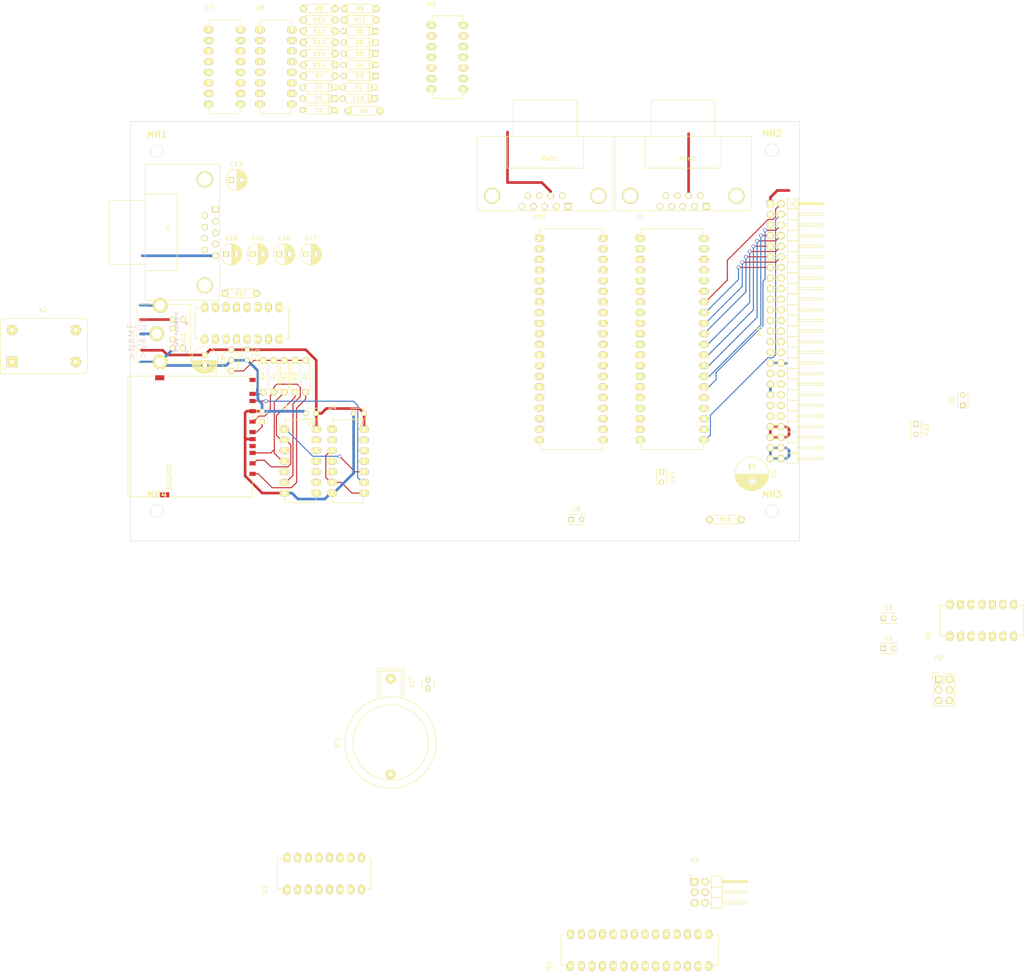
<source format=kicad_pcb>
(kicad_pcb (version 4) (host pcbnew 4.0.2+dfsg1-stable)
  (layers (0 F.Cu signal) (31 B.Cu signal) (35 F.Paste user) (37 F.SilkS user) (39 F.Mask user) (44 Edge.Cuts user))
  (net 0 "")
  (net 1 GND)
  (net 2 VCC)
  (net 3 PHI2)
  (net 4 /RESET)
  (net 5 /RW)
  (net 6 /OE)
  (net 7 /CS_UART)
  (net 8 /CS_VIA)
  (net 9 /WE)
  (net 10 /NMI)
  (net 11 /IRQ)
  (net 12 "Net-(P5-Pad5)")
  (net 13 RDY)
  (net 14 "Net-(P5-Pad39)")
  (net 15 "Net-(P5-Pad40)")
  (net 16 "Net-(P5-Pad41)")
  (net 17 "Net-(P5-Pad42)")
  (net 18 /Connector/D7)
  (net 19 /Connector/D6)
  (net 20 /Connector/D5)
  (net 21 /Connector/D4)
  (net 22 /Connector/D3)
  (net 23 /Connector/D2)
  (net 24 /Connector/D1)
  (net 25 /Connector/D0)
  (net 26 /Connector/A4)
  (net 27 /Connector/A3)
  (net 28 /Connector/A2)
  (net 29 /Connector/A1)
  (net 30 /Connector/A0)
  (net 31 "Net-(D1-Pad1)")
  (net 32 "Net-(D1-Pad2)")
  (net 33 "Net-(D2-Pad1)")
  (net 34 "Net-(D2-Pad2)")
  (net 35 "Net-(D3-Pad1)")
  (net 36 "Net-(D3-Pad2)")
  (net 37 "Net-(D4-Pad1)")
  (net 38 "Net-(D4-Pad2)")
  (net 39 "Net-(D10-Pad1)")
  (net 40 "Net-(D5-Pad2)")
  (net 41 "Net-(D6-Pad2)")
  (net 42 "Net-(D7-Pad2)")
  (net 43 "Net-(D8-Pad2)")
  (net 44 "Net-(D9-Pad2)")
  (net 45 "Net-(D10-Pad2)")
  (net 46 "Net-(IC1-Pad2)")
  (net 47 "Net-(IC1-Pad3)")
  (net 48 "Net-(IC1-Pad4)")
  (net 49 "Net-(IC1-Pad5)")
  (net 50 "Net-(IC1-Pad6)")
  (net 51 "Net-(IC1-Pad9)")
  (net 52 "Net-(IC1-Pad10)")
  (net 53 "Net-(IC1-Pad11)")
  (net 54 "Net-(IC1-Pad12)")
  (net 55 "Net-(IC1-Pad13)")
  (net 56 "Net-(IC1-Pad14)")
  (net 57 "Net-(IC1-Pad15)")
  (net 58 /~SPI_SS2)
  (net 59 "/SD Card/SPI_MOSI")
  (net 60 "Net-(IC1-Pad18)")
  (net 61 "/SD Card/SPI_CLK")
  (net 62 /Connector/RESET_TRIG)
  (net 63 "Net-(IC1-Pad26)")
  (net 64 "Net-(IC1-Pad27)")
  (net 65 "Net-(IC1-Pad28)")
  (net 66 "/Joystick Ports/J_Up")
  (net 67 "/Joystick Ports/J_Down")
  (net 68 "/Joystick Ports/J_Left")
  (net 69 "/Joystick Ports/J_Right")
  (net 70 "/Joystick Ports/J_Fire1")
  (net 71 "/Joystick Ports/J_Fire2")
  (net 72 "/Joystick Ports/PortSel01")
  (net 73 "/Joystick Ports/PortSel02")
  (net 74 /CA1)
  (net 75 /CA2)
  (net 76 "/SD Card/SPI_MISO")
  (net 77 /~SPI_SS4)
  (net 78 "Net-(P5-Pad14)")
  (net 79 "Net-(P5-Pad16)")
  (net 80 "Net-(P5-Pad18)")
  (net 81 /CS_IO2)
  (net 82 /CS_IO1)
  (net 83 /CS_IO0)
  (net 84 /CS_VDP)
  (net 85 /Connector/A5)
  (net 86 "Net-(Port1-Pad5)")
  (net 87 "Net-(Port1-Pad9)")
  (net 88 "Net-(Port1-Pad8)")
  (net 89 "Net-(Port2-Pad5)")
  (net 90 "Net-(Port2-Pad9)")
  (net 91 "Net-(Port2-Pad8)")
  (net 92 "Net-(R1-Pad2)")
  (net 93 "Net-(R2-Pad2)")
  (net 94 "Net-(R3-Pad2)")
  (net 95 "Net-(R4-Pad2)")
  (net 96 "Net-(R5-Pad2)")
  (net 97 "Net-(R13-Pad2)")
  (net 98 "Net-(R14-Pad2)")
  (net 99 "Net-(R15-Pad2)")
  (net 100 "Net-(R16-Pad2)")
  (net 101 "Net-(SDCARD1-Pad7)")
  (net 102 "/SD Card/SD_CARD_DETECT")
  (net 103 "/SD Card/SD_WRITE_PROTECT")
  (net 104 "Net-(SDCARD1-Pad12)")
  (net 105 "Net-(SDCARD1-Pad13)")
  (net 106 "/SD Card/SPI_SS1")
  (net 107 /~SPI_SS3)
  (net 108 "Net-(U3-Pad8)")
  (net 109 "Net-(U8-Pad4)")
  (net 110 "Net-(BT1-Pad1)")
  (net 111 "Net-(C7-Pad1)")
  (net 112 "Net-(C15-Pad2)")
  (net 113 "Net-(C15-Pad1)")
  (net 114 "Net-(C16-Pad2)")
  (net 115 "Net-(C16-Pad1)")
  (net 116 "Net-(C17-Pad2)")
  (net 117 "Net-(C18-Pad2)")
  (net 118 "Net-(J1-Pad1)")
  (net 119 "Net-(J1-Pad2)")
  (net 120 "Net-(J1-Pad3)")
  (net 121 "Net-(J1-Pad4)")
  (net 122 "Net-(J1-Pad9)")
  (net 123 "Net-(J1-Pad8)")
  (net 124 "Net-(J1-Pad7)")
  (net 125 "Net-(J1-Pad6)")
  (net 126 "Net-(R12-Pad2)")
  (net 127 "Net-(U2-Pad3)")
  (net 128 "Net-(U2-Pad4)")
  (net 129 "Net-(U2-Pad6)")
  (net 130 "Net-(U2-Pad7)")
  (net 131 "Net-(U2-Pad10)")
  (net 132 "Net-(U2-Pad13)")
  (net 133 "Net-(U2-Pad15)")
  (net 134 "Net-(U3-Pad6)")
  (net 135 "Net-(U10-Pad30)")
  (net 136 "Net-(U10-Pad15)")
  (net 137 "Net-(U10-Pad10)")
  (net 138 "Net-(U10-Pad11)")
  (net 139 "Net-(U10-Pad16)")
  (net 140 "Net-(U10-Pad17)")
  (net 141 "Net-(U10-Pad23)")
  (net 142 "Net-(U10-Pad24)")
  (net 143 "Net-(U10-Pad29)")
  (net 144 "Net-(U10-Pad31)")
  (net 145 "Net-(U10-Pad32)")
  (net 146 "Net-(U10-Pad33)")
  (net 147 "Net-(U10-Pad34)")
  (net 148 "Net-(U10-Pad36)")
  (net 149 "Net-(X2-Pad1)")
  (module Connect:SD_Card_Receptacle (layer F.Cu) (at 91.44 120.65 270)
    (fp_text reference SDCARD1 (at 9.96386 19.9312 270) (layer F.SilkS))
    (fp_text value SD_Card)
    (pad 1 smd rect (at 6.875 0 270) (size 1 1.5) (layers F.Cu F.Paste F.Mask) (net 94 "Net-(R3-Pad2)"))
    (pad 2 smd rect (at 4.375 0 270) (size 1 1.5) (layers F.Cu F.Paste F.Mask) (net 93 "Net-(R2-Pad2)"))
    (pad 3 smd rect (at 1.075 0 270) (size 1 1.5) (layers F.Cu F.Paste F.Mask) (net 1 GND))
    (pad 4 smd rect (at -0.625 0 270) (size 1 1.5) (layers F.Cu F.Paste F.Mask) (net 111 "Net-(C7-Pad1)"))
    (pad 5 smd rect (at -3.125 0 270) (size 1 1.5) (layers F.Cu F.Paste F.Mask) (net 92 "Net-(R1-Pad2)"))
    (pad 6 smd rect (at -5.625 0 270) (size 1 1.5) (layers F.Cu F.Paste F.Mask) (net 1 GND))
    (pad 7 smd rect (at -8.05 0 270) (size 1 1.5) (layers F.Cu F.Paste F.Mask) (net 101 "Net-(SDCARD1-Pad7)"))
    (pad 8 smd rect (at -9.75 0 270) (size 1 1.5) (layers F.Cu F.Paste F.Mask) (net 95 "Net-(R4-Pad2)"))
    (pad 9 smd rect (at 9.375 0 270) (size 1 1.5) (layers F.Cu F.Paste F.Mask) (net 96 "Net-(R5-Pad2)"))
    (pad 10 smd rect (at 2.725 0 270) (size 1 1.5) (layers F.Cu F.Paste F.Mask) (net 102 "/SD Card/SD_CARD_DETECT"))
    (pad 11 smd rect (at -13.1 0 270) (size 1 1.5) (layers F.Cu F.Paste F.Mask) (net 103 "/SD Card/SD_WRITE_PROTECT"))
    (pad 12 smd rect (at 14.4 21 270) (size 1.2 2.2) (layers F.Cu F.Paste F.Mask) (net 104 "Net-(SDCARD1-Pad12)"))
    (pad 13 smd rect (at -13.6 22.2 270) (size 1.2 2.2) (layers F.Cu F.Paste F.Mask) (net 105 "Net-(SDCARD1-Pad13)"))
    (pad "" np_thru_hole circle (at 12.1 24.3 270) (size 1.5 1.5) (drill 1.5) (layers *.Cu *.Mask F.SilkS))
    (pad "" np_thru_hole circle (at -12.1 24.3 270) (size 1.5 1.5) (drill 1.5) (layers *.Cu *.Mask F.SilkS))
  )
  (module Discret:R3-LARGE_PADS (layer F.Cu) (at 104.14 106.68 270)
    (fp_text reference R5 (at 0 0 270) (layer F.SilkS))
    (fp_text value 47k)
    (pad 1 thru_hole circle (at -3.81 0 270) (size 1.651 1.651) (drill 0.8128) (layers *.Cu *.Mask F.SilkS) (net 111 "Net-(C7-Pad1)"))
    (pad 2 thru_hole circle (at 3.81 0 270) (size 1.651 1.651) (drill 0.8128) (layers *.Cu *.Mask F.SilkS) (net 96 "Net-(R5-Pad2)"))
  )
  (module Pin_Headers:Pin_Header_Angled_2x25 (layer F.Cu) (at 216.535 95.885 270)
    (fp_text reference P5 (at 0 3.81 270) (layer F.SilkS) (effects (font (size 1.27 1.27) (thickness 0.2032))))
    (fp_text value CONN_02X25 hide)
    (pad 1 thru_hole rect (at -30.48 1.27 270) (size 1.7272 1.7272) (drill 1.016) (layers *.Cu *.Mask F.SilkS) (net 2 VCC))
    (pad 2 thru_hole oval (at -30.48 -1.27 270) (size 1.7272 1.7272) (drill 1.016) (layers *.Cu *.Mask F.SilkS) (net 4 /RESET))
    (pad 3 thru_hole oval (at -27.94 1.27 270) (size 1.7272 1.7272) (drill 1.016) (layers *.Cu *.Mask F.SilkS) (net 10 /NMI))
    (pad 4 thru_hole oval (at -27.94 -1.27 270) (size 1.7272 1.7272) (drill 1.016) (layers *.Cu *.Mask F.SilkS) (net 11 /IRQ))
    (pad 5 thru_hole oval (at -25.4 1.27 270) (size 1.7272 1.7272) (drill 1.016) (layers *.Cu *.Mask F.SilkS) (net 12 "Net-(P5-Pad5)"))
    (pad 6 thru_hole oval (at -25.4 -1.27 270) (size 1.7272 1.7272) (drill 1.016) (layers *.Cu *.Mask F.SilkS) (net 18 /Connector/D7))
    (pad 7 thru_hole oval (at -22.86 1.27 270) (size 1.7272 1.7272) (drill 1.016) (layers *.Cu *.Mask F.SilkS) (net 19 /Connector/D6))
    (pad 8 thru_hole oval (at -22.86 -1.27 270) (size 1.7272 1.7272) (drill 1.016) (layers *.Cu *.Mask F.SilkS) (net 20 /Connector/D5))
    (pad 9 thru_hole oval (at -20.32 1.27 270) (size 1.7272 1.7272) (drill 1.016) (layers *.Cu *.Mask F.SilkS) (net 21 /Connector/D4))
    (pad 10 thru_hole oval (at -20.32 -1.27 270) (size 1.7272 1.7272) (drill 1.016) (layers *.Cu *.Mask F.SilkS) (net 22 /Connector/D3))
    (pad 11 thru_hole oval (at -17.78 1.27 270) (size 1.7272 1.7272) (drill 1.016) (layers *.Cu *.Mask F.SilkS) (net 23 /Connector/D2))
    (pad 12 thru_hole oval (at -17.78 -1.27 270) (size 1.7272 1.7272) (drill 1.016) (layers *.Cu *.Mask F.SilkS) (net 24 /Connector/D1))
    (pad 13 thru_hole oval (at -15.24 1.27 270) (size 1.7272 1.7272) (drill 1.016) (layers *.Cu *.Mask F.SilkS) (net 25 /Connector/D0))
    (pad 14 thru_hole oval (at -15.24 -1.27 270) (size 1.7272 1.7272) (drill 1.016) (layers *.Cu *.Mask F.SilkS) (net 78 "Net-(P5-Pad14)"))
    (pad 15 thru_hole oval (at -12.7 1.27 270) (size 1.7272 1.7272) (drill 1.016) (layers *.Cu *.Mask F.SilkS) (net 5 /RW))
    (pad 16 thru_hole oval (at -12.7 -1.27 270) (size 1.7272 1.7272) (drill 1.016) (layers *.Cu *.Mask F.SilkS) (net 79 "Net-(P5-Pad16)"))
    (pad 17 thru_hole oval (at -10.16 1.27 270) (size 1.7272 1.7272) (drill 1.016) (layers *.Cu *.Mask F.SilkS) (net 13 RDY))
    (pad 18 thru_hole oval (at -10.16 -1.27 270) (size 1.7272 1.7272) (drill 1.016) (layers *.Cu *.Mask F.SilkS) (net 80 "Net-(P5-Pad18)"))
    (pad 19 thru_hole oval (at -7.62 1.27 270) (size 1.7272 1.7272) (drill 1.016) (layers *.Cu *.Mask F.SilkS) (net 81 /CS_IO2))
    (pad 20 thru_hole oval (at -7.62 -1.27 270) (size 1.7272 1.7272) (drill 1.016) (layers *.Cu *.Mask F.SilkS) (net 82 /CS_IO1))
    (pad 21 thru_hole oval (at -5.08 1.27 270) (size 1.7272 1.7272) (drill 1.016) (layers *.Cu *.Mask F.SilkS) (net 83 /CS_IO0))
    (pad 22 thru_hole oval (at -5.08 -1.27 270) (size 1.7272 1.7272) (drill 1.016) (layers *.Cu *.Mask F.SilkS) (net 8 /CS_VIA))
    (pad 23 thru_hole oval (at -2.54 1.27 270) (size 1.7272 1.7272) (drill 1.016) (layers *.Cu *.Mask F.SilkS) (net 7 /CS_UART))
    (pad 24 thru_hole oval (at -2.54 -1.27 270) (size 1.7272 1.7272) (drill 1.016) (layers *.Cu *.Mask F.SilkS) (net 84 /CS_VDP))
    (pad 25 thru_hole oval (at 0 1.27 270) (size 1.7272 1.7272) (drill 1.016) (layers *.Cu *.Mask F.SilkS) (net 85 /Connector/A5))
    (pad 26 thru_hole oval (at 0 -1.27 270) (size 1.7272 1.7272) (drill 1.016) (layers *.Cu *.Mask F.SilkS) (net 26 /Connector/A4))
    (pad 27 thru_hole oval (at 2.54 1.27 270) (size 1.7272 1.7272) (drill 1.016) (layers *.Cu *.Mask F.SilkS) (net 27 /Connector/A3))
    (pad 28 thru_hole oval (at 2.54 -1.27 270) (size 1.7272 1.7272) (drill 1.016) (layers *.Cu *.Mask F.SilkS) (net 28 /Connector/A2))
    (pad 29 thru_hole oval (at 5.08 1.27 270) (size 1.7272 1.7272) (drill 1.016) (layers *.Cu *.Mask F.SilkS) (net 29 /Connector/A1))
    (pad 30 thru_hole oval (at 5.08 -1.27 270) (size 1.7272 1.7272) (drill 1.016) (layers *.Cu *.Mask F.SilkS) (net 30 /Connector/A0))
    (pad 31 thru_hole oval (at 7.62 1.27 270) (size 1.7272 1.7272) (drill 1.016) (layers *.Cu *.Mask F.SilkS) (net 1 GND))
    (pad 32 thru_hole oval (at 7.62 -1.27 270) (size 1.7272 1.7272) (drill 1.016) (layers *.Cu *.Mask F.SilkS) (net 1 GND))
    (pad 33 thru_hole oval (at 10.16 1.27 270) (size 1.7272 1.7272) (drill 1.016) (layers *.Cu *.Mask F.SilkS) (net 6 /OE))
    (pad 34 thru_hole oval (at 10.16 -1.27 270) (size 1.7272 1.7272) (drill 1.016) (layers *.Cu *.Mask F.SilkS) (net 9 /WE))
    (pad 35 thru_hole oval (at 12.7 1.27 270) (size 1.7272 1.7272) (drill 1.016) (layers *.Cu *.Mask F.SilkS) (net 1 GND))
    (pad 36 thru_hole oval (at 12.7 -1.27 270) (size 1.7272 1.7272) (drill 1.016) (layers *.Cu *.Mask F.SilkS) (net 3 PHI2))
    (pad 37 thru_hole oval (at 15.24 1.27 270) (size 1.7272 1.7272) (drill 1.016) (layers *.Cu *.Mask F.SilkS) (net 1 GND))
    (pad 38 thru_hole oval (at 15.24 -1.27 270) (size 1.7272 1.7272) (drill 1.016) (layers *.Cu *.Mask F.SilkS) (net 62 /Connector/RESET_TRIG))
    (pad 39 thru_hole oval (at 17.78 1.27 270) (size 1.7272 1.7272) (drill 1.016) (layers *.Cu *.Mask F.SilkS) (net 14 "Net-(P5-Pad39)"))
    (pad 40 thru_hole oval (at 17.78 -1.27 270) (size 1.7272 1.7272) (drill 1.016) (layers *.Cu *.Mask F.SilkS) (net 15 "Net-(P5-Pad40)"))
    (pad 41 thru_hole oval (at 20.32 1.27 270) (size 1.7272 1.7272) (drill 1.016) (layers *.Cu *.Mask F.SilkS) (net 16 "Net-(P5-Pad41)"))
    (pad 42 thru_hole oval (at 20.32 -1.27 270) (size 1.7272 1.7272) (drill 1.016) (layers *.Cu *.Mask F.SilkS) (net 17 "Net-(P5-Pad42)"))
    (pad 43 thru_hole oval (at 22.86 1.27 270) (size 1.7272 1.7272) (drill 1.016) (layers *.Cu *.Mask F.SilkS) (net 2 VCC))
    (pad 44 thru_hole oval (at 22.86 -1.27 270) (size 1.7272 1.7272) (drill 1.016) (layers *.Cu *.Mask F.SilkS) (net 2 VCC))
    (pad 45 thru_hole oval (at 25.4 1.27 270) (size 1.7272 1.7272) (drill 1.016) (layers *.Cu *.Mask F.SilkS) (net 2 VCC))
    (pad 46 thru_hole oval (at 25.4 -1.27 270) (size 1.7272 1.7272) (drill 1.016) (layers *.Cu *.Mask F.SilkS) (net 2 VCC))
    (pad 47 thru_hole oval (at 27.94 1.27 270) (size 1.7272 1.7272) (drill 1.016) (layers *.Cu *.Mask F.SilkS) (net 1 GND))
    (pad 48 thru_hole oval (at 27.94 -1.27 270) (size 1.7272 1.7272) (drill 1.016) (layers *.Cu *.Mask F.SilkS) (net 1 GND))
    (pad 49 thru_hole oval (at 30.48 1.27 270) (size 1.7272 1.7272) (drill 1.016) (layers *.Cu *.Mask F.SilkS) (net 1 GND))
    (pad 50 thru_hole oval (at 30.48 -1.27 270) (size 1.7272 1.7272) (drill 1.016) (layers *.Cu *.Mask F.SilkS) (net 1 GND))
  )
  (module Mounting_Holes:MountingHole_3mm (layer F.Cu) (at 68.58 52.832)
    (fp_text reference MH1 (at 0 -4.0005) (layer F.SilkS) (effects (font (thickness 0.3048))))
    (fp_text value MountingHole_3mm_RevA_Date21Jun2010 hide)
    (pad 1 thru_hole circle (at 0 0) (size 2.99974 2.99974) (drill 2.99974) (layers))
  )
  (module Mounting_Holes:MountingHole_3mm (layer F.Cu) (at 215.646 52.578)
    (fp_text reference MH2 (at 0 -4.0005) (layer F.SilkS) (effects (font (thickness 0.3048))))
    (fp_text value MountingHole_3mm_RevA_Date21Jun2010 hide)
    (pad 1 thru_hole circle (at 0 0) (size 2.99974 2.99974) (drill 2.99974) (layers))
  )
  (module Mounting_Holes:MountingHole_3mm (layer F.Cu) (at 68.58 138.938)
    (fp_text reference MH4 (at 0 -4.0005) (layer F.SilkS) (effects (font (thickness 0.3048))))
    (fp_text value MountingHole_3mm_RevA_Date21Jun2010 hide)
    (pad 1 thru_hole circle (at 0 0) (size 2.99974 2.99974) (drill 2.99974) (layers))
  )
  (module Mounting_Holes:MountingHole_3mm (layer F.Cu) (at 215.646 138.938)
    (fp_text reference MH3 (at 0 -4.0005) (layer F.SilkS) (effects (font (thickness 0.3048))))
    (fp_text value MountingHole_3mm_RevA_Date21Jun2010 hide)
    (pad 1 thru_hole circle (at 0 0) (size 2.99974 2.99974) (drill 2.99974) (layers))
  )
  (module Connect:CR2032H (layer F.Cu) (at 124.46 194.31 90)
    (fp_text reference BT1 (at 0 -12.7 90) (layer F.SilkS))
    (fp_text value BATTERY)
    (pad 2 thru_hole circle (at -7.62 0 90) (size 2.286 2.286) (drill 1.016) (layers *.Cu *.Mask F.SilkS) (net 1 GND))
    (pad 1 thru_hole circle (at 15.24 0 90) (size 2.286 2.286) (drill 1.016) (layers *.Cu *.Mask F.SilkS) (net 110 "Net-(BT1-Pad1)"))
  )
  (module Capacitors_ThroughHole:C_Rect_L4_W2.5_P2.5 (layer F.Cu) (at 261.239 113.665 90)
    (fp_text reference C1 (at 1.25 -2.5 90) (layer F.SilkS))
    (fp_text value 100nF)
    (pad 1 thru_hole rect (at 0 0 90) (size 1.2 1.2) (drill 0.7) (layers *.Cu *.Mask F.SilkS) (net 2 VCC))
    (pad 2 thru_hole circle (at 2.5 0 90) (size 1.2 1.2) (drill 0.7) (layers *.Cu *.Mask F.SilkS) (net 1 GND))
  )
  (module Capacitors_ThroughHole:C_Rect_L4_W2.5_P2.5 (layer F.Cu) (at 242.289524 164.588)
    (fp_text reference C3 (at 1.25 -2.5) (layer F.SilkS))
    (fp_text value 100nF)
    (pad 1 thru_hole rect (at 0 0) (size 1.2 1.2) (drill 0.7) (layers *.Cu *.Mask F.SilkS) (net 2 VCC))
    (pad 2 thru_hole circle (at 2.5 0) (size 1.2 1.2) (drill 0.7) (layers *.Cu *.Mask F.SilkS) (net 1 GND))
  )
  (module Capacitors_ThroughHole:C_Rect_L4_W2.5_P2.5 (layer F.Cu) (at 242.289524 171.788)
    (fp_text reference C5 (at 1.25 -2.5) (layer F.SilkS))
    (fp_text value 100nF)
    (pad 1 thru_hole rect (at 0 0) (size 1.2 1.2) (drill 0.7) (layers *.Cu *.Mask F.SilkS) (net 2 VCC))
    (pad 2 thru_hole circle (at 2.5 0) (size 1.2 1.2) (drill 0.7) (layers *.Cu *.Mask F.SilkS) (net 1 GND))
  )
  (module Capacitors_ThroughHole:C_Rect_L4_W2.5_P2.5 (layer F.Cu) (at 93.726 117.562 90)
    (fp_text reference C7 (at 1.25 -2.5 90) (layer F.SilkS))
    (fp_text value 100nF)
    (pad 1 thru_hole rect (at 0 0 90) (size 1.2 1.2) (drill 0.7) (layers *.Cu *.Mask F.SilkS) (net 111 "Net-(C7-Pad1)"))
    (pad 2 thru_hole circle (at 2.5 0 90) (size 1.2 1.2) (drill 0.7) (layers *.Cu *.Mask F.SilkS) (net 1 GND))
  )
  (module Capacitors_ThroughHole:C_Rect_L4_W2.5_P2.5 (layer F.Cu) (at 106.68 115.57 180)
    (fp_text reference C9 (at 1.25 -2.5 180) (layer F.SilkS))
    (fp_text value 100nF)
    (pad 1 thru_hole rect (at 0 0 180) (size 1.2 1.2) (drill 0.7) (layers *.Cu *.Mask F.SilkS) (net 2 VCC))
    (pad 2 thru_hole circle (at 2.5 0 180) (size 1.2 1.2) (drill 0.7) (layers *.Cu *.Mask F.SilkS) (net 1 GND))
  )
  (module Capacitors_ThroughHole:C_Rect_L4_W2.5_P2.5 (layer F.Cu) (at 90.17 100.33 270)
    (fp_text reference C10 (at 1.25 -2.5 270) (layer F.SilkS))
    (fp_text value 100nF)
    (pad 1 thru_hole rect (at 0 0 270) (size 1.2 1.2) (drill 0.7) (layers *.Cu *.Mask F.SilkS) (net 2 VCC))
    (pad 2 thru_hole circle (at 2.5 0 270) (size 1.2 1.2) (drill 0.7) (layers *.Cu *.Mask F.SilkS) (net 1 GND))
  )
  (module Discret:D3 (layer F.Cu) (at 116.7735 37.574001)
    (fp_text reference D1 (at 0 0) (layer F.SilkS))
    (fp_text value DIODE)
    (pad 1 thru_hole rect (at 3.81 0) (size 1.397 1.397) (drill 0.8128) (layers *.Cu *.Mask F.SilkS) (net 31 "Net-(D1-Pad1)"))
    (pad 2 thru_hole circle (at -3.81 0) (size 1.397 1.397) (drill 0.8128) (layers *.Cu *.Mask F.SilkS) (net 32 "Net-(D1-Pad2)"))
  )
  (module Discret:D3 (layer F.Cu) (at 107.2535 42.954001)
    (fp_text reference D2 (at 0 0) (layer F.SilkS))
    (fp_text value DIODE)
    (pad 1 thru_hole rect (at 3.81 0) (size 1.397 1.397) (drill 0.8128) (layers *.Cu *.Mask F.SilkS) (net 33 "Net-(D2-Pad1)"))
    (pad 2 thru_hole circle (at -3.81 0) (size 1.397 1.397) (drill 0.8128) (layers *.Cu *.Mask F.SilkS) (net 34 "Net-(D2-Pad2)"))
  )
  (module Discret:D3 (layer F.Cu) (at 117.0235 34.884001)
    (fp_text reference D3 (at 0 0) (layer F.SilkS))
    (fp_text value DIODE)
    (pad 1 thru_hole rect (at 3.81 0) (size 1.397 1.397) (drill 0.8128) (layers *.Cu *.Mask F.SilkS) (net 35 "Net-(D3-Pad1)"))
    (pad 2 thru_hole circle (at -3.81 0) (size 1.397 1.397) (drill 0.8128) (layers *.Cu *.Mask F.SilkS) (net 36 "Net-(D3-Pad2)"))
  )
  (module Discret:D3 (layer F.Cu) (at 117.0235 32.194001)
    (fp_text reference D4 (at 0 0) (layer F.SilkS))
    (fp_text value DIODE)
    (pad 1 thru_hole rect (at 3.81 0) (size 1.397 1.397) (drill 0.8128) (layers *.Cu *.Mask F.SilkS) (net 37 "Net-(D4-Pad1)"))
    (pad 2 thru_hole circle (at -3.81 0) (size 1.397 1.397) (drill 0.8128) (layers *.Cu *.Mask F.SilkS) (net 38 "Net-(D4-Pad2)"))
  )
  (module Discret:D3 (layer F.Cu) (at 107.2535 40.264001)
    (fp_text reference D5 (at 0 0) (layer F.SilkS))
    (fp_text value DIODE)
    (pad 1 thru_hole rect (at 3.81 0) (size 1.397 1.397) (drill 0.8128) (layers *.Cu *.Mask F.SilkS) (net 39 "Net-(D10-Pad1)"))
    (pad 2 thru_hole circle (at -3.81 0) (size 1.397 1.397) (drill 0.8128) (layers *.Cu *.Mask F.SilkS) (net 40 "Net-(D5-Pad2)"))
  )
  (module Discret:D3 (layer F.Cu) (at 117.0235 24.124001)
    (fp_text reference D6 (at 0 0) (layer F.SilkS))
    (fp_text value DIODE)
    (pad 1 thru_hole rect (at 3.81 0) (size 1.397 1.397) (drill 0.8128) (layers *.Cu *.Mask F.SilkS) (net 31 "Net-(D1-Pad1)"))
    (pad 2 thru_hole circle (at -3.81 0) (size 1.397 1.397) (drill 0.8128) (layers *.Cu *.Mask F.SilkS) (net 41 "Net-(D6-Pad2)"))
  )
  (module Discret:D3 (layer F.Cu) (at 107.2535 37.574001)
    (fp_text reference D7 (at 0 0) (layer F.SilkS))
    (fp_text value DIODE)
    (pad 1 thru_hole rect (at 3.81 0) (size 1.397 1.397) (drill 0.8128) (layers *.Cu *.Mask F.SilkS) (net 33 "Net-(D2-Pad1)"))
    (pad 2 thru_hole circle (at -3.81 0) (size 1.397 1.397) (drill 0.8128) (layers *.Cu *.Mask F.SilkS) (net 42 "Net-(D7-Pad2)"))
  )
  (module Discret:D3 (layer F.Cu) (at 117.0235 26.814001)
    (fp_text reference D8 (at 0 0) (layer F.SilkS))
    (fp_text value DIODE)
    (pad 1 thru_hole rect (at 3.81 0) (size 1.397 1.397) (drill 0.8128) (layers *.Cu *.Mask F.SilkS) (net 35 "Net-(D3-Pad1)"))
    (pad 2 thru_hole circle (at -3.81 0) (size 1.397 1.397) (drill 0.8128) (layers *.Cu *.Mask F.SilkS) (net 43 "Net-(D8-Pad2)"))
  )
  (module Discret:D3 (layer F.Cu) (at 117.0235 29.504001)
    (fp_text reference D9 (at 0 0) (layer F.SilkS))
    (fp_text value DIODE)
    (pad 1 thru_hole rect (at 3.81 0) (size 1.397 1.397) (drill 0.8128) (layers *.Cu *.Mask F.SilkS) (net 37 "Net-(D4-Pad1)"))
    (pad 2 thru_hole circle (at -3.81 0) (size 1.397 1.397) (drill 0.8128) (layers *.Cu *.Mask F.SilkS) (net 44 "Net-(D9-Pad2)"))
  )
  (module Discret:D3 (layer F.Cu) (at 116.7735 40.264001)
    (fp_text reference D10 (at 0 0) (layer F.SilkS))
    (fp_text value DIODE)
    (pad 1 thru_hole rect (at 3.81 0) (size 1.397 1.397) (drill 0.8128) (layers *.Cu *.Mask F.SilkS) (net 39 "Net-(D10-Pad1)"))
    (pad 2 thru_hole circle (at -3.81 0) (size 1.397 1.397) (drill 0.8128) (layers *.Cu *.Mask F.SilkS) (net 45 "Net-(D10-Pad2)"))
  )
  (module Housings_DIP:DIP-28_W7.62mm_LongPads (layer F.Cu) (at 167.513 247.777 90)
    (fp_text reference IC1 (at 0 -5.22 90) (layer F.SilkS))
    (fp_text value ATMEGA8-P)
    (pad 1 thru_hole oval (at 0 0 90) (size 2.3 1.6) (drill 0.8) (layers *.Cu *.Mask F.SilkS) (net 4 /RESET))
    (pad 2 thru_hole oval (at 0 2.54 90) (size 2.3 1.6) (drill 0.8) (layers *.Cu *.Mask F.SilkS) (net 46 "Net-(IC1-Pad2)"))
    (pad 3 thru_hole oval (at 0 5.08 90) (size 2.3 1.6) (drill 0.8) (layers *.Cu *.Mask F.SilkS) (net 47 "Net-(IC1-Pad3)"))
    (pad 4 thru_hole oval (at 0 7.62 90) (size 2.3 1.6) (drill 0.8) (layers *.Cu *.Mask F.SilkS) (net 48 "Net-(IC1-Pad4)"))
    (pad 5 thru_hole oval (at 0 10.16 90) (size 2.3 1.6) (drill 0.8) (layers *.Cu *.Mask F.SilkS) (net 49 "Net-(IC1-Pad5)"))
    (pad 6 thru_hole oval (at 0 12.7 90) (size 2.3 1.6) (drill 0.8) (layers *.Cu *.Mask F.SilkS) (net 50 "Net-(IC1-Pad6)"))
    (pad 7 thru_hole oval (at 0 15.24 90) (size 2.3 1.6) (drill 0.8) (layers *.Cu *.Mask F.SilkS) (net 2 VCC))
    (pad 8 thru_hole oval (at 0 17.78 90) (size 2.3 1.6) (drill 0.8) (layers *.Cu *.Mask F.SilkS) (net 1 GND))
    (pad 9 thru_hole oval (at 0 20.32 90) (size 2.3 1.6) (drill 0.8) (layers *.Cu *.Mask F.SilkS) (net 51 "Net-(IC1-Pad9)"))
    (pad 10 thru_hole oval (at 0 22.86 90) (size 2.3 1.6) (drill 0.8) (layers *.Cu *.Mask F.SilkS) (net 52 "Net-(IC1-Pad10)"))
    (pad 11 thru_hole oval (at 0 25.4 90) (size 2.3 1.6) (drill 0.8) (layers *.Cu *.Mask F.SilkS) (net 53 "Net-(IC1-Pad11)"))
    (pad 12 thru_hole oval (at 0 27.94 90) (size 2.3 1.6) (drill 0.8) (layers *.Cu *.Mask F.SilkS) (net 54 "Net-(IC1-Pad12)"))
    (pad 13 thru_hole oval (at 0 30.48 90) (size 2.3 1.6) (drill 0.8) (layers *.Cu *.Mask F.SilkS) (net 55 "Net-(IC1-Pad13)"))
    (pad 14 thru_hole oval (at 0 33.02 90) (size 2.3 1.6) (drill 0.8) (layers *.Cu *.Mask F.SilkS) (net 56 "Net-(IC1-Pad14)"))
    (pad 15 thru_hole oval (at 7.62 33.02 90) (size 2.3 1.6) (drill 0.8) (layers *.Cu *.Mask F.SilkS) (net 57 "Net-(IC1-Pad15)"))
    (pad 16 thru_hole oval (at 7.62 30.48 90) (size 2.3 1.6) (drill 0.8) (layers *.Cu *.Mask F.SilkS) (net 58 /~SPI_SS2))
    (pad 17 thru_hole oval (at 7.62 27.94 90) (size 2.3 1.6) (drill 0.8) (layers *.Cu *.Mask F.SilkS) (net 59 "/SD Card/SPI_MOSI"))
    (pad 18 thru_hole oval (at 7.62 25.4 90) (size 2.3 1.6) (drill 0.8) (layers *.Cu *.Mask F.SilkS) (net 60 "Net-(IC1-Pad18)"))
    (pad 19 thru_hole oval (at 7.62 22.86 90) (size 2.3 1.6) (drill 0.8) (layers *.Cu *.Mask F.SilkS) (net 61 "/SD Card/SPI_CLK"))
    (pad 20 thru_hole oval (at 7.62 20.32 90) (size 2.3 1.6) (drill 0.8) (layers *.Cu *.Mask F.SilkS) (net 2 VCC))
    (pad 21 thru_hole oval (at 7.62 17.78 90) (size 2.3 1.6) (drill 0.8) (layers *.Cu *.Mask F.SilkS) (net 2 VCC))
    (pad 22 thru_hole oval (at 7.62 15.24 90) (size 2.3 1.6) (drill 0.8) (layers *.Cu *.Mask F.SilkS) (net 1 GND))
    (pad 23 thru_hole oval (at 7.62 12.7 90) (size 2.3 1.6) (drill 0.8) (layers *.Cu *.Mask F.SilkS) (net 62 /Connector/RESET_TRIG))
    (pad 24 thru_hole oval (at 7.62 10.16 90) (size 2.3 1.6) (drill 0.8) (layers *.Cu *.Mask F.SilkS) (net 10 /NMI))
    (pad 25 thru_hole oval (at 7.62 7.62 90) (size 2.3 1.6) (drill 0.8) (layers *.Cu *.Mask F.SilkS) (net 11 /IRQ))
    (pad 26 thru_hole oval (at 7.62 5.08 90) (size 2.3 1.6) (drill 0.8) (layers *.Cu *.Mask F.SilkS) (net 63 "Net-(IC1-Pad26)"))
    (pad 27 thru_hole oval (at 7.62 2.54 90) (size 2.3 1.6) (drill 0.8) (layers *.Cu *.Mask F.SilkS) (net 64 "Net-(IC1-Pad27)"))
    (pad 28 thru_hole oval (at 7.62 0 90) (size 2.3 1.6) (drill 0.8) (layers *.Cu *.Mask F.SilkS) (net 65 "Net-(IC1-Pad28)"))
  )
  (module Connect:DB9MC (layer F.Cu) (at 161.29 64.77)
    (fp_text reference Port1 (at 1.27 -10.16) (layer F.SilkS))
    (fp_text value DB9)
    (pad "" thru_hole circle (at 12.827 -1.27) (size 3.81 3.81) (drill 3.048) (layers *.Cu *.Mask F.SilkS))
    (pad "" thru_hole circle (at -12.573 -1.27) (size 3.81 3.81) (drill 3.048) (layers *.Cu *.Mask F.SilkS))
    (pad 1 thru_hole rect (at 5.588 1.27) (size 1.524 1.524) (drill 1.016) (layers *.Cu *.Mask F.SilkS) (net 40 "Net-(D5-Pad2)"))
    (pad 2 thru_hole circle (at 2.794 1.27) (size 1.524 1.524) (drill 1.016) (layers *.Cu *.Mask F.SilkS) (net 36 "Net-(D3-Pad2)"))
    (pad 3 thru_hole circle (at 0 1.27) (size 1.524 1.524) (drill 1.016) (layers *.Cu *.Mask F.SilkS) (net 34 "Net-(D2-Pad2)"))
    (pad 4 thru_hole circle (at -2.667 1.27) (size 1.524 1.524) (drill 1.016) (layers *.Cu *.Mask F.SilkS) (net 32 "Net-(D1-Pad2)"))
    (pad 5 thru_hole circle (at -5.461 1.27) (size 1.524 1.524) (drill 1.016) (layers *.Cu *.Mask F.SilkS) (net 86 "Net-(Port1-Pad5)"))
    (pad 9 thru_hole circle (at -4.064 -1.27) (size 1.524 1.524) (drill 1.016) (layers *.Cu *.Mask F.SilkS) (net 87 "Net-(Port1-Pad9)"))
    (pad 8 thru_hole circle (at -1.27 -1.27) (size 1.524 1.524) (drill 1.016) (layers *.Cu *.Mask F.SilkS) (net 88 "Net-(Port1-Pad8)"))
    (pad 7 thru_hole circle (at 1.397 -1.27) (size 1.524 1.524) (drill 1.016) (layers *.Cu *.Mask F.SilkS) (net 2 VCC))
    (pad 6 thru_hole circle (at 4.191 -1.27) (size 1.524 1.524) (drill 1.016) (layers *.Cu *.Mask F.SilkS) (net 38 "Net-(D4-Pad2)"))
  )
  (module Connect:DB9MC (layer F.Cu) (at 194.31 64.77)
    (fp_text reference Port2 (at 1.27 -10.16) (layer F.SilkS))
    (fp_text value DB9)
    (pad "" thru_hole circle (at 12.827 -1.27) (size 3.81 3.81) (drill 3.048) (layers *.Cu *.Mask F.SilkS))
    (pad "" thru_hole circle (at -12.573 -1.27) (size 3.81 3.81) (drill 3.048) (layers *.Cu *.Mask F.SilkS))
    (pad 1 thru_hole rect (at 5.588 1.27) (size 1.524 1.524) (drill 1.016) (layers *.Cu *.Mask F.SilkS) (net 45 "Net-(D10-Pad2)"))
    (pad 2 thru_hole circle (at 2.794 1.27) (size 1.524 1.524) (drill 1.016) (layers *.Cu *.Mask F.SilkS) (net 43 "Net-(D8-Pad2)"))
    (pad 3 thru_hole circle (at 0 1.27) (size 1.524 1.524) (drill 1.016) (layers *.Cu *.Mask F.SilkS) (net 42 "Net-(D7-Pad2)"))
    (pad 4 thru_hole circle (at -2.667 1.27) (size 1.524 1.524) (drill 1.016) (layers *.Cu *.Mask F.SilkS) (net 41 "Net-(D6-Pad2)"))
    (pad 5 thru_hole circle (at -5.461 1.27) (size 1.524 1.524) (drill 1.016) (layers *.Cu *.Mask F.SilkS) (net 89 "Net-(Port2-Pad5)"))
    (pad 9 thru_hole circle (at -4.064 -1.27) (size 1.524 1.524) (drill 1.016) (layers *.Cu *.Mask F.SilkS) (net 90 "Net-(Port2-Pad9)"))
    (pad 8 thru_hole circle (at -1.27 -1.27) (size 1.524 1.524) (drill 1.016) (layers *.Cu *.Mask F.SilkS) (net 91 "Net-(Port2-Pad8)"))
    (pad 7 thru_hole circle (at 1.397 -1.27) (size 1.524 1.524) (drill 1.016) (layers *.Cu *.Mask F.SilkS) (net 2 VCC))
    (pad 6 thru_hole circle (at 4.191 -1.27) (size 1.524 1.524) (drill 1.016) (layers *.Cu *.Mask F.SilkS) (net 44 "Net-(D9-Pad2)"))
  )
  (module Discret:R3-LARGE_PADS (layer F.Cu) (at 96.52 106.68 270)
    (fp_text reference R1 (at 0 0 270) (layer F.SilkS))
    (fp_text value 1k)
    (pad 1 thru_hole circle (at -3.81 0 270) (size 1.651 1.651) (drill 0.8128) (layers *.Cu *.Mask F.SilkS) (net 111 "Net-(C7-Pad1)"))
    (pad 2 thru_hole circle (at 3.81 0 270) (size 1.651 1.651) (drill 0.8128) (layers *.Cu *.Mask F.SilkS) (net 92 "Net-(R1-Pad2)"))
  )
  (module Discret:R3-LARGE_PADS (layer F.Cu) (at 99.06 106.68 270)
    (fp_text reference R2 (at 0 0 270) (layer F.SilkS))
    (fp_text value 10k)
    (pad 1 thru_hole circle (at -3.81 0 270) (size 1.651 1.651) (drill 0.8128) (layers *.Cu *.Mask F.SilkS) (net 111 "Net-(C7-Pad1)"))
    (pad 2 thru_hole circle (at 3.81 0 270) (size 1.651 1.651) (drill 0.8128) (layers *.Cu *.Mask F.SilkS) (net 93 "Net-(R2-Pad2)"))
  )
  (module Discret:R3-LARGE_PADS (layer F.Cu) (at 101.6 106.68 270)
    (fp_text reference R3 (at 0 0 270) (layer F.SilkS))
    (fp_text value 10k)
    (pad 1 thru_hole circle (at -3.81 0 270) (size 1.651 1.651) (drill 0.8128) (layers *.Cu *.Mask F.SilkS) (net 111 "Net-(C7-Pad1)"))
    (pad 2 thru_hole circle (at 3.81 0 270) (size 1.651 1.651) (drill 0.8128) (layers *.Cu *.Mask F.SilkS) (net 94 "Net-(R3-Pad2)"))
  )
  (module Discret:R3-LARGE_PADS (layer F.Cu) (at 93.98 106.68 270)
    (fp_text reference R4 (at 0 0 270) (layer F.SilkS))
    (fp_text value 47k)
    (pad 1 thru_hole circle (at -3.81 0 270) (size 1.651 1.651) (drill 0.8128) (layers *.Cu *.Mask F.SilkS) (net 111 "Net-(C7-Pad1)"))
    (pad 2 thru_hole circle (at 3.81 0 270) (size 1.651 1.651) (drill 0.8128) (layers *.Cu *.Mask F.SilkS) (net 95 "Net-(R4-Pad2)"))
  )
  (module Discret:R3-LARGE_PADS (layer F.Cu) (at 107.3805 34.884001)
    (fp_text reference R7 (at 0 0) (layer F.SilkS))
    (fp_text value 12K-27K)
    (pad 1 thru_hole circle (at -3.81 0) (size 1.651 1.651) (drill 0.8128) (layers *.Cu *.Mask F.SilkS) (net 2 VCC))
    (pad 2 thru_hole circle (at 3.81 0) (size 1.651 1.651) (drill 0.8128) (layers *.Cu *.Mask F.SilkS) (net 70 "/Joystick Ports/J_Fire1"))
  )
  (module Discret:R3-LARGE_PADS (layer F.Cu) (at 107.3805 18.744001)
    (fp_text reference R8 (at 0 0) (layer F.SilkS))
    (fp_text value 12K-27K)
    (pad 1 thru_hole circle (at -3.81 0) (size 1.651 1.651) (drill 0.8128) (layers *.Cu *.Mask F.SilkS) (net 2 VCC))
    (pad 2 thru_hole circle (at 3.81 0) (size 1.651 1.651) (drill 0.8128) (layers *.Cu *.Mask F.SilkS) (net 67 "/Joystick Ports/J_Down"))
  )
  (module Discret:R3-LARGE_PADS (layer F.Cu) (at 117.1505 18.744001)
    (fp_text reference R9 (at 0 0) (layer F.SilkS))
    (fp_text value 12K-27K)
    (pad 1 thru_hole circle (at -3.81 0) (size 1.651 1.651) (drill 0.8128) (layers *.Cu *.Mask F.SilkS) (net 2 VCC))
    (pad 2 thru_hole circle (at 3.81 0) (size 1.651 1.651) (drill 0.8128) (layers *.Cu *.Mask F.SilkS) (net 66 "/Joystick Ports/J_Up"))
  )
  (module Discret:R3-LARGE_PADS (layer F.Cu) (at 107.3805 21.434001)
    (fp_text reference R10 (at 0 0) (layer F.SilkS))
    (fp_text value 12K-27K)
    (pad 1 thru_hole circle (at -3.81 0) (size 1.651 1.651) (drill 0.8128) (layers *.Cu *.Mask F.SilkS) (net 2 VCC))
    (pad 2 thru_hole circle (at 3.81 0) (size 1.651 1.651) (drill 0.8128) (layers *.Cu *.Mask F.SilkS) (net 69 "/Joystick Ports/J_Right"))
  )
  (module Discret:R3-LARGE_PADS (layer F.Cu) (at 117.1505 21.434001)
    (fp_text reference R11 (at 0 0) (layer F.SilkS))
    (fp_text value 12K-27K)
    (pad 1 thru_hole circle (at -3.81 0) (size 1.651 1.651) (drill 0.8128) (layers *.Cu *.Mask F.SilkS) (net 2 VCC))
    (pad 2 thru_hole circle (at 3.81 0) (size 1.651 1.651) (drill 0.8128) (layers *.Cu *.Mask F.SilkS) (net 68 "/Joystick Ports/J_Left"))
  )
  (module Discret:R3-LARGE_PADS (layer F.Cu) (at 107.3805 24.124001)
    (fp_text reference R12 (at 0 0) (layer F.SilkS))
    (fp_text value 220)
    (pad 1 thru_hole circle (at -3.81 0) (size 1.651 1.651) (drill 0.8128) (layers *.Cu *.Mask F.SilkS) (net 1 GND))
    (pad 2 thru_hole circle (at 3.81 0) (size 1.651 1.651) (drill 0.8128) (layers *.Cu *.Mask F.SilkS) (net 126 "Net-(R12-Pad2)"))
  )
  (module Discret:R3-LARGE_PADS (layer F.Cu) (at 107.3805 26.814001)
    (fp_text reference R13 (at 0 0) (layer F.SilkS))
    (fp_text value 220)
    (pad 1 thru_hole circle (at -3.81 0) (size 1.651 1.651) (drill 0.8128) (layers *.Cu *.Mask F.SilkS) (net 1 GND))
    (pad 2 thru_hole circle (at 3.81 0) (size 1.651 1.651) (drill 0.8128) (layers *.Cu *.Mask F.SilkS) (net 97 "Net-(R13-Pad2)"))
  )
  (module Discret:R3-LARGE_PADS (layer F.Cu) (at 107.3805 29.504001)
    (fp_text reference R14 (at 0 0) (layer F.SilkS))
    (fp_text value 1K)
    (pad 1 thru_hole circle (at -3.81 0) (size 1.651 1.651) (drill 0.8128) (layers *.Cu *.Mask F.SilkS) (net 2 VCC))
    (pad 2 thru_hole circle (at 3.81 0) (size 1.651 1.651) (drill 0.8128) (layers *.Cu *.Mask F.SilkS) (net 98 "Net-(R14-Pad2)"))
  )
  (module Discret:R3-LARGE_PADS (layer F.Cu) (at 107.3805 32.194001)
    (fp_text reference R15 (at 0 0) (layer F.SilkS))
    (fp_text value 1K)
    (pad 1 thru_hole circle (at -3.81 0) (size 1.651 1.651) (drill 0.8128) (layers *.Cu *.Mask F.SilkS) (net 2 VCC))
    (pad 2 thru_hole circle (at 3.81 0) (size 1.651 1.651) (drill 0.8128) (layers *.Cu *.Mask F.SilkS) (net 99 "Net-(R15-Pad2)"))
  )
  (module Discret:R3-LARGE_PADS (layer F.Cu) (at 204.47 140.97 180)
    (fp_text reference R16 (at 0 0 180) (layer F.SilkS))
    (fp_text value 4k7)
    (pad 1 thru_hole circle (at -3.81 0 180) (size 1.651 1.651) (drill 0.8128) (layers *.Cu *.Mask F.SilkS) (net 2 VCC))
    (pad 2 thru_hole circle (at 3.81 0 180) (size 1.651 1.651) (drill 0.8128) (layers *.Cu *.Mask F.SilkS) (net 100 "Net-(R16-Pad2)"))
  )
  (module Housings_DIP:DIP-40_W15.24mm_LongPads (layer F.Cu) (at 184.15 73.66)
    (fp_text reference U1 (at 0 -5.22) (layer F.SilkS))
    (fp_text value G65SC22P)
    (pad 1 thru_hole oval (at 0 0) (size 2.3 1.6) (drill 0.8) (layers *.Cu *.Mask F.SilkS) (net 1 GND))
    (pad 2 thru_hole oval (at 0 2.54) (size 2.3 1.6) (drill 0.8) (layers *.Cu *.Mask F.SilkS) (net 66 "/Joystick Ports/J_Up"))
    (pad 3 thru_hole oval (at 0 5.08) (size 2.3 1.6) (drill 0.8) (layers *.Cu *.Mask F.SilkS) (net 67 "/Joystick Ports/J_Down"))
    (pad 4 thru_hole oval (at 0 7.62) (size 2.3 1.6) (drill 0.8) (layers *.Cu *.Mask F.SilkS) (net 68 "/Joystick Ports/J_Left"))
    (pad 5 thru_hole oval (at 0 10.16) (size 2.3 1.6) (drill 0.8) (layers *.Cu *.Mask F.SilkS) (net 69 "/Joystick Ports/J_Right"))
    (pad 6 thru_hole oval (at 0 12.7) (size 2.3 1.6) (drill 0.8) (layers *.Cu *.Mask F.SilkS) (net 70 "/Joystick Ports/J_Fire1"))
    (pad 7 thru_hole oval (at 0 15.24) (size 2.3 1.6) (drill 0.8) (layers *.Cu *.Mask F.SilkS) (net 71 "/Joystick Ports/J_Fire2"))
    (pad 8 thru_hole oval (at 0 17.78) (size 2.3 1.6) (drill 0.8) (layers *.Cu *.Mask F.SilkS) (net 72 "/Joystick Ports/PortSel01"))
    (pad 9 thru_hole oval (at 0 20.32) (size 2.3 1.6) (drill 0.8) (layers *.Cu *.Mask F.SilkS) (net 73 "/Joystick Ports/PortSel02"))
    (pad 10 thru_hole oval (at 0 22.86) (size 2.3 1.6) (drill 0.8) (layers *.Cu *.Mask F.SilkS) (net 61 "/SD Card/SPI_CLK"))
    (pad 11 thru_hole oval (at 0 25.4) (size 2.3 1.6) (drill 0.8) (layers *.Cu *.Mask F.SilkS) (net 106 "/SD Card/SPI_SS1"))
    (pad 12 thru_hole oval (at 0 27.94) (size 2.3 1.6) (drill 0.8) (layers *.Cu *.Mask F.SilkS) (net 58 /~SPI_SS2))
    (pad 13 thru_hole oval (at 0 30.48) (size 2.3 1.6) (drill 0.8) (layers *.Cu *.Mask F.SilkS) (net 107 /~SPI_SS3))
    (pad 14 thru_hole oval (at 0 33.02) (size 2.3 1.6) (drill 0.8) (layers *.Cu *.Mask F.SilkS) (net 77 /~SPI_SS4))
    (pad 15 thru_hole oval (at 0 35.56) (size 2.3 1.6) (drill 0.8) (layers *.Cu *.Mask F.SilkS) (net 103 "/SD Card/SD_WRITE_PROTECT"))
    (pad 16 thru_hole oval (at 0 38.1) (size 2.3 1.6) (drill 0.8) (layers *.Cu *.Mask F.SilkS) (net 102 "/SD Card/SD_CARD_DETECT"))
    (pad 17 thru_hole oval (at 0 40.64) (size 2.3 1.6) (drill 0.8) (layers *.Cu *.Mask F.SilkS) (net 59 "/SD Card/SPI_MOSI"))
    (pad 18 thru_hole oval (at 0 43.18) (size 2.3 1.6) (drill 0.8) (layers *.Cu *.Mask F.SilkS) (net 61 "/SD Card/SPI_CLK"))
    (pad 19 thru_hole oval (at 0 45.72) (size 2.3 1.6) (drill 0.8) (layers *.Cu *.Mask F.SilkS) (net 76 "/SD Card/SPI_MISO"))
    (pad 20 thru_hole oval (at 0 48.26) (size 2.3 1.6) (drill 0.8) (layers *.Cu *.Mask F.SilkS) (net 2 VCC))
    (pad 21 thru_hole oval (at 15.24 48.26) (size 2.3 1.6) (drill 0.8) (layers *.Cu *.Mask F.SilkS) (net 11 /IRQ))
    (pad 22 thru_hole oval (at 15.24 45.72) (size 2.3 1.6) (drill 0.8) (layers *.Cu *.Mask F.SilkS) (net 5 /RW))
    (pad 23 thru_hole oval (at 15.24 43.18) (size 2.3 1.6) (drill 0.8) (layers *.Cu *.Mask F.SilkS) (net 8 /CS_VIA))
    (pad 24 thru_hole oval (at 15.24 40.64) (size 2.3 1.6) (drill 0.8) (layers *.Cu *.Mask F.SilkS) (net 2 VCC))
    (pad 25 thru_hole oval (at 15.24 38.1) (size 2.3 1.6) (drill 0.8) (layers *.Cu *.Mask F.SilkS) (net 3 PHI2))
    (pad 26 thru_hole oval (at 15.24 35.56) (size 2.3 1.6) (drill 0.8) (layers *.Cu *.Mask F.SilkS) (net 18 /Connector/D7))
    (pad 27 thru_hole oval (at 15.24 33.02) (size 2.3 1.6) (drill 0.8) (layers *.Cu *.Mask F.SilkS) (net 19 /Connector/D6))
    (pad 28 thru_hole oval (at 15.24 30.48) (size 2.3 1.6) (drill 0.8) (layers *.Cu *.Mask F.SilkS) (net 20 /Connector/D5))
    (pad 29 thru_hole oval (at 15.24 27.94) (size 2.3 1.6) (drill 0.8) (layers *.Cu *.Mask F.SilkS) (net 21 /Connector/D4))
    (pad 30 thru_hole oval (at 15.24 25.4) (size 2.3 1.6) (drill 0.8) (layers *.Cu *.Mask F.SilkS) (net 22 /Connector/D3))
    (pad 31 thru_hole oval (at 15.24 22.86) (size 2.3 1.6) (drill 0.8) (layers *.Cu *.Mask F.SilkS) (net 23 /Connector/D2))
    (pad 32 thru_hole oval (at 15.24 20.32) (size 2.3 1.6) (drill 0.8) (layers *.Cu *.Mask F.SilkS) (net 24 /Connector/D1))
    (pad 33 thru_hole oval (at 15.24 17.78) (size 2.3 1.6) (drill 0.8) (layers *.Cu *.Mask F.SilkS) (net 25 /Connector/D0))
    (pad 34 thru_hole oval (at 15.24 15.24) (size 2.3 1.6) (drill 0.8) (layers *.Cu *.Mask F.SilkS) (net 4 /RESET))
    (pad 35 thru_hole oval (at 15.24 12.7) (size 2.3 1.6) (drill 0.8) (layers *.Cu *.Mask F.SilkS) (net 27 /Connector/A3))
    (pad 36 thru_hole oval (at 15.24 10.16) (size 2.3 1.6) (drill 0.8) (layers *.Cu *.Mask F.SilkS) (net 28 /Connector/A2))
    (pad 37 thru_hole oval (at 15.24 7.62) (size 2.3 1.6) (drill 0.8) (layers *.Cu *.Mask F.SilkS) (net 29 /Connector/A1))
    (pad 38 thru_hole oval (at 15.24 5.08) (size 2.3 1.6) (drill 0.8) (layers *.Cu *.Mask F.SilkS) (net 30 /Connector/A0))
    (pad 39 thru_hole oval (at 15.24 2.54) (size 2.3 1.6) (drill 0.8) (layers *.Cu *.Mask F.SilkS) (net 75 /CA2))
    (pad 40 thru_hole oval (at 15.24 0) (size 2.3 1.6) (drill 0.8) (layers *.Cu *.Mask F.SilkS) (net 74 /CA1))
  )
  (module Housings_DIP:DIP-14_W7.62mm_LongPads (layer F.Cu) (at 134.239 22.733)
    (fp_text reference U3 (at 0 -5.22) (layer F.SilkS))
    (fp_text value 7400)
    (pad 1 thru_hole oval (at 0 0) (size 2.3 1.6) (drill 0.8) (layers *.Cu *.Mask F.SilkS) (net 107 /~SPI_SS3))
    (pad 2 thru_hole oval (at 0 2.54) (size 2.3 1.6) (drill 0.8) (layers *.Cu *.Mask F.SilkS) (net 107 /~SPI_SS3))
    (pad 3 thru_hole oval (at 0 5.08) (size 2.3 1.6) (drill 0.8) (layers *.Cu *.Mask F.SilkS) (net 131 "Net-(U2-Pad10)"))
    (pad 4 thru_hole oval (at 0 7.62) (size 2.3 1.6) (drill 0.8) (layers *.Cu *.Mask F.SilkS) (net 72 "/Joystick Ports/PortSel01"))
    (pad 5 thru_hole oval (at 0 10.16) (size 2.3 1.6) (drill 0.8) (layers *.Cu *.Mask F.SilkS) (net 72 "/Joystick Ports/PortSel01"))
    (pad 6 thru_hole oval (at 0 12.7) (size 2.3 1.6) (drill 0.8) (layers *.Cu *.Mask F.SilkS) (net 134 "Net-(U3-Pad6)"))
    (pad 7 thru_hole oval (at 0 15.24) (size 2.3 1.6) (drill 0.8) (layers *.Cu *.Mask F.SilkS) (net 1 GND))
    (pad 8 thru_hole oval (at 7.62 15.24) (size 2.3 1.6) (drill 0.8) (layers *.Cu *.Mask F.SilkS) (net 108 "Net-(U3-Pad8)"))
    (pad 9 thru_hole oval (at 7.62 12.7) (size 2.3 1.6) (drill 0.8) (layers *.Cu *.Mask F.SilkS) (net 73 "/Joystick Ports/PortSel02"))
    (pad 10 thru_hole oval (at 7.62 10.16) (size 2.3 1.6) (drill 0.8) (layers *.Cu *.Mask F.SilkS) (net 73 "/Joystick Ports/PortSel02"))
    (pad 11 thru_hole oval (at 7.62 7.62) (size 2.3 1.6) (drill 0.8) (layers *.Cu *.Mask F.SilkS))
    (pad 12 thru_hole oval (at 7.62 5.08) (size 2.3 1.6) (drill 0.8) (layers *.Cu *.Mask F.SilkS))
    (pad 13 thru_hole oval (at 7.62 2.54) (size 2.3 1.6) (drill 0.8) (layers *.Cu *.Mask F.SilkS))
    (pad 14 thru_hole oval (at 7.62 0) (size 2.3 1.6) (drill 0.8) (layers *.Cu *.Mask F.SilkS) (net 2 VCC))
  )
  (module Housings_DIP:DIP-14_W7.62mm_LongPads (layer F.Cu) (at 110.49 119.38)
    (fp_text reference U4 (at 0 -5.22) (layer F.SilkS))
    (fp_text value 74125)
    (pad 1 thru_hole oval (at 0 0) (size 2.3 1.6) (drill 0.8) (layers *.Cu *.Mask F.SilkS) (net 107 /~SPI_SS3))
    (pad 2 thru_hole oval (at 0 2.54) (size 2.3 1.6) (drill 0.8) (layers *.Cu *.Mask F.SilkS) (net 132 "Net-(U2-Pad13)"))
    (pad 3 thru_hole oval (at 0 5.08) (size 2.3 1.6) (drill 0.8) (layers *.Cu *.Mask F.SilkS) (net 76 "/SD Card/SPI_MISO"))
    (pad 4 thru_hole oval (at 0 7.62) (size 2.3 1.6) (drill 0.8) (layers *.Cu *.Mask F.SilkS) (net 58 /~SPI_SS2))
    (pad 5 thru_hole oval (at 0 10.16) (size 2.3 1.6) (drill 0.8) (layers *.Cu *.Mask F.SilkS) (net 60 "Net-(IC1-Pad18)"))
    (pad 6 thru_hole oval (at 0 12.7) (size 2.3 1.6) (drill 0.8) (layers *.Cu *.Mask F.SilkS) (net 76 "/SD Card/SPI_MISO"))
    (pad 7 thru_hole oval (at 0 15.24) (size 2.3 1.6) (drill 0.8) (layers *.Cu *.Mask F.SilkS) (net 1 GND))
    (pad 8 thru_hole oval (at 7.62 15.24) (size 2.3 1.6) (drill 0.8) (layers *.Cu *.Mask F.SilkS) (net 76 "/SD Card/SPI_MISO"))
    (pad 9 thru_hole oval (at 7.62 12.7) (size 2.3 1.6) (drill 0.8) (layers *.Cu *.Mask F.SilkS) (net 101 "Net-(SDCARD1-Pad7)"))
    (pad 10 thru_hole oval (at 7.62 10.16) (size 2.3 1.6) (drill 0.8) (layers *.Cu *.Mask F.SilkS) (net 106 "/SD Card/SPI_SS1"))
    (pad 11 thru_hole oval (at 7.62 7.62) (size 2.3 1.6) (drill 0.8) (layers *.Cu *.Mask F.SilkS))
    (pad 12 thru_hole oval (at 7.62 5.08) (size 2.3 1.6) (drill 0.8) (layers *.Cu *.Mask F.SilkS))
    (pad 13 thru_hole oval (at 7.62 2.54) (size 2.3 1.6) (drill 0.8) (layers *.Cu *.Mask F.SilkS))
    (pad 14 thru_hole oval (at 7.62 0) (size 2.3 1.6) (drill 0.8) (layers *.Cu *.Mask F.SilkS) (net 2 VCC))
  )
  (module TO_SOT_Packages_THT:TO-92_Inline_Wide (layer F.Cu) (at 86.36 105.41 90)
    (fp_text reference U5 (at 0 -4 270) (layer F.SilkS))
    (fp_text value LP2950)
    (pad 2 thru_hole circle (at 2.54 0 180) (size 1.524 1.524) (drill 0.8) (layers *.Cu *.Mask F.SilkS) (net 1 GND))
    (pad 3 thru_hole circle (at 5.08 0 180) (size 1.524 1.524) (drill 0.8) (layers *.Cu *.Mask F.SilkS) (net 2 VCC))
    (pad 1 thru_hole circle (at 0 0 180) (size 1.524 1.524) (drill 0.8) (layers *.Cu *.Mask F.SilkS) (net 111 "Net-(C7-Pad1)"))
  )
  (module Housings_DIP:DIP-16_W7.62mm_LongPads (layer F.Cu) (at 80.962857 23.798)
    (fp_text reference U7 (at 0 -5.22) (layer F.SilkS))
    (fp_text value LTV846)
    (pad 1 thru_hole oval (at 0 0) (size 2.3 1.6) (drill 0.8) (layers *.Cu *.Mask F.SilkS) (net 98 "Net-(R14-Pad2)"))
    (pad 2 thru_hole oval (at 0 2.54) (size 2.3 1.6) (drill 0.8) (layers *.Cu *.Mask F.SilkS) (net 134 "Net-(U3-Pad6)"))
    (pad 3 thru_hole oval (at 0 5.08) (size 2.3 1.6) (drill 0.8) (layers *.Cu *.Mask F.SilkS) (net 99 "Net-(R15-Pad2)"))
    (pad 4 thru_hole oval (at 0 7.62) (size 2.3 1.6) (drill 0.8) (layers *.Cu *.Mask F.SilkS) (net 108 "Net-(U3-Pad8)"))
    (pad 5 thru_hole oval (at 0 10.16) (size 2.3 1.6) (drill 0.8) (layers *.Cu *.Mask F.SilkS) (net 2 VCC))
    (pad 6 thru_hole oval (at 0 12.7) (size 2.3 1.6) (drill 0.8) (layers *.Cu *.Mask F.SilkS) (net 33 "Net-(D2-Pad1)"))
    (pad 7 thru_hole oval (at 0 15.24) (size 2.3 1.6) (drill 0.8) (layers *.Cu *.Mask F.SilkS) (net 2 VCC))
    (pad 8 thru_hole oval (at 0 17.78) (size 2.3 1.6) (drill 0.8) (layers *.Cu *.Mask F.SilkS) (net 31 "Net-(D1-Pad1)"))
    (pad 9 thru_hole oval (at 7.62 17.78) (size 2.3 1.6) (drill 0.8) (layers *.Cu *.Mask F.SilkS) (net 1 GND))
    (pad 10 thru_hole oval (at 7.62 15.24) (size 2.3 1.6) (drill 0.8) (layers *.Cu *.Mask F.SilkS) (net 69 "/Joystick Ports/J_Right"))
    (pad 11 thru_hole oval (at 7.62 12.7) (size 2.3 1.6) (drill 0.8) (layers *.Cu *.Mask F.SilkS) (net 1 GND))
    (pad 12 thru_hole oval (at 7.62 10.16) (size 2.3 1.6) (drill 0.8) (layers *.Cu *.Mask F.SilkS) (net 68 "/Joystick Ports/J_Left"))
    (pad 13 thru_hole oval (at 7.62 7.62) (size 2.3 1.6) (drill 0.8) (layers *.Cu *.Mask F.SilkS) (net 97 "Net-(R13-Pad2)"))
    (pad 14 thru_hole oval (at 7.62 5.08) (size 2.3 1.6) (drill 0.8) (layers *.Cu *.Mask F.SilkS) (net 91 "Net-(Port2-Pad8)"))
    (pad 15 thru_hole oval (at 7.62 2.54) (size 2.3 1.6) (drill 0.8) (layers *.Cu *.Mask F.SilkS) (net 126 "Net-(R12-Pad2)"))
    (pad 16 thru_hole oval (at 7.62 0) (size 2.3 1.6) (drill 0.8) (layers *.Cu *.Mask F.SilkS) (net 88 "Net-(Port1-Pad8)"))
  )
  (module Housings_DIP:DIP-16_W7.62mm_LongPads (layer F.Cu) (at 93.212857 23.798)
    (fp_text reference U8 (at 0 -5.22) (layer F.SilkS))
    (fp_text value LTV846)
    (pad 1 thru_hole oval (at 0 0) (size 2.3 1.6) (drill 0.8) (layers *.Cu *.Mask F.SilkS) (net 2 VCC))
    (pad 2 thru_hole oval (at 0 2.54) (size 2.3 1.6) (drill 0.8) (layers *.Cu *.Mask F.SilkS) (net 39 "Net-(D10-Pad1)"))
    (pad 3 thru_hole oval (at 0 5.08) (size 2.3 1.6) (drill 0.8) (layers *.Cu *.Mask F.SilkS) (net 2 VCC))
    (pad 4 thru_hole oval (at 0 7.62) (size 2.3 1.6) (drill 0.8) (layers *.Cu *.Mask F.SilkS) (net 109 "Net-(U8-Pad4)"))
    (pad 5 thru_hole oval (at 0 10.16) (size 2.3 1.6) (drill 0.8) (layers *.Cu *.Mask F.SilkS) (net 35 "Net-(D3-Pad1)"))
    (pad 6 thru_hole oval (at 0 12.7) (size 2.3 1.6) (drill 0.8) (layers *.Cu *.Mask F.SilkS) (net 2 VCC))
    (pad 7 thru_hole oval (at 0 15.24) (size 2.3 1.6) (drill 0.8) (layers *.Cu *.Mask F.SilkS) (net 37 "Net-(D4-Pad1)"))
    (pad 8 thru_hole oval (at 0 17.78) (size 2.3 1.6) (drill 0.8) (layers *.Cu *.Mask F.SilkS) (net 2 VCC))
    (pad 9 thru_hole oval (at 7.62 17.78) (size 2.3 1.6) (drill 0.8) (layers *.Cu *.Mask F.SilkS) (net 1 GND))
    (pad 10 thru_hole oval (at 7.62 15.24) (size 2.3 1.6) (drill 0.8) (layers *.Cu *.Mask F.SilkS) (net 71 "/Joystick Ports/J_Fire2"))
    (pad 11 thru_hole oval (at 7.62 12.7) (size 2.3 1.6) (drill 0.8) (layers *.Cu *.Mask F.SilkS) (net 1 GND))
    (pad 12 thru_hole oval (at 7.62 10.16) (size 2.3 1.6) (drill 0.8) (layers *.Cu *.Mask F.SilkS) (net 70 "/Joystick Ports/J_Fire1"))
    (pad 13 thru_hole oval (at 7.62 7.62) (size 2.3 1.6) (drill 0.8) (layers *.Cu *.Mask F.SilkS) (net 1 GND))
    (pad 14 thru_hole oval (at 7.62 5.08) (size 2.3 1.6) (drill 0.8) (layers *.Cu *.Mask F.SilkS) (net 67 "/Joystick Ports/J_Down"))
    (pad 15 thru_hole oval (at 7.62 2.54) (size 2.3 1.6) (drill 0.8) (layers *.Cu *.Mask F.SilkS) (net 1 GND))
    (pad 16 thru_hole oval (at 7.62 0) (size 2.3 1.6) (drill 0.8) (layers *.Cu *.Mask F.SilkS) (net 66 "/Joystick Ports/J_Up"))
  )
  (module Crystals:Crystal_Round_Vertical_3mm_BigPad (layer F.Cu) (at 133.35 180.34 90)
    (fp_text reference X1 (at 0 -3.81 90) (layer F.SilkS))
    (fp_text value CRYSTAL_SMD)
    (pad 1 thru_hole oval (at -0.7493 0 90) (size 1.50114 1.00076) (drill 0.59944 (offset -0.29972 0)) (layers *.Cu *.Mask F.SilkS) (net 128 "Net-(U2-Pad4)"))
    (pad 2 thru_hole oval (at 0.7493 0 90) (size 1.50114 1.00076) (drill 0.59944 (offset 0.29972 0)) (layers *.Cu *.Mask F.SilkS) (net 127 "Net-(U2-Pad3)"))
  )
  (module Capacitors_ThroughHole:C_Rect_L4_W2.5_P2.5 (layer F.Cu) (at 118.11 115.57 180)
    (fp_text reference C2 (at 1.25 -2.5 180) (layer F.SilkS))
    (fp_text value 100nF)
    (pad 1 thru_hole rect (at 0 0 180) (size 1.2 1.2) (drill 0.7) (layers *.Cu *.Mask F.SilkS) (net 2 VCC))
    (pad 2 thru_hole circle (at 2.5 0 180) (size 1.2 1.2) (drill 0.7) (layers *.Cu *.Mask F.SilkS) (net 1 GND))
  )
  (module Capacitors_ThroughHole:C_Radial_D8_L11.5_P3.5 (layer F.Cu) (at 210.82 128.27 270)
    (fp_text reference C4 (at 1.75 -5.3 270) (layer F.SilkS))
    (fp_text value 100µF)
    (pad 2 thru_hole circle (at 3.5 0 270) (size 1.3 1.3) (drill 0.8) (layers *.Cu *.Mask F.SilkS) (net 1 GND))
    (pad 1 thru_hole rect (at 0 0 270) (size 1.3 1.3) (drill 0.8) (layers *.Cu *.Mask F.SilkS) (net 2 VCC))
  )
  (module Capacitors_ThroughHole:C_Radial_D6.3_L11.2_P2.5 (layer F.Cu) (at 80.01 101.6 270)
    (fp_text reference C6 (at 1.25 -4.4 270) (layer F.SilkS))
    (fp_text value 10µF)
    (pad 2 thru_hole circle (at 2.5 0 270) (size 1.3 1.3) (drill 0.8) (layers *.Cu *.Mask F.SilkS) (net 1 GND))
    (pad 1 thru_hole rect (at 0 0 270) (size 1.3 1.3) (drill 0.8) (layers *.Cu *.Mask F.SilkS) (net 2 VCC))
  )
  (module Capacitors_ThroughHole:C_Rect_L4_W2.5_P2.5 (layer F.Cu) (at 167.64 140.97)
    (fp_text reference C8 (at 1.25 -2.5) (layer F.SilkS))
    (fp_text value 100nF)
    (pad 1 thru_hole rect (at 0 0) (size 1.2 1.2) (drill 0.7) (layers *.Cu *.Mask F.SilkS) (net 111 "Net-(C7-Pad1)"))
    (pad 2 thru_hole circle (at 2.5 0) (size 1.2 1.2) (drill 0.7) (layers *.Cu *.Mask F.SilkS) (net 1 GND))
  )
  (module Capacitors_ThroughHole:C_Rect_L4_W2.5_P2.5 (layer F.Cu) (at 189.23 129.54 270)
    (fp_text reference C11 (at 1.25 -2.5 270) (layer F.SilkS))
    (fp_text value 100nF)
    (pad 1 thru_hole rect (at 0 0 270) (size 1.2 1.2) (drill 0.7) (layers *.Cu *.Mask F.SilkS) (net 2 VCC))
    (pad 2 thru_hole circle (at 2.5 0 270) (size 1.2 1.2) (drill 0.7) (layers *.Cu *.Mask F.SilkS) (net 1 GND))
  )
  (module Capacitors_ThroughHole:C_Rect_L4_W2.5_P2.5 (layer F.Cu) (at 250.063 118.11 270)
    (fp_text reference C12 (at 1.25 -2.5 270) (layer F.SilkS))
    (fp_text value 100nF)
    (pad 1 thru_hole rect (at 0 0 270) (size 1.2 1.2) (drill 0.7) (layers *.Cu *.Mask F.SilkS) (net 2 VCC))
    (pad 2 thru_hole circle (at 2.5 0 270) (size 1.2 1.2) (drill 0.7) (layers *.Cu *.Mask F.SilkS) (net 1 GND))
  )
  (module Connect:DB9MC (layer F.Cu) (at 81.28 72.39 90)
    (fp_text reference J1 (at 1.27 -10.16 90) (layer F.SilkS))
    (fp_text value DB9)
    (pad "" thru_hole circle (at 12.827 -1.27 90) (size 3.81 3.81) (drill 3.048) (layers *.Cu *.Mask F.SilkS))
    (pad "" thru_hole circle (at -12.573 -1.27 90) (size 3.81 3.81) (drill 3.048) (layers *.Cu *.Mask F.SilkS))
    (pad 1 thru_hole rect (at 5.588 1.27 90) (size 1.524 1.524) (drill 1.016) (layers *.Cu *.Mask F.SilkS) (net 118 "Net-(J1-Pad1)"))
    (pad 2 thru_hole circle (at 2.794 1.27 90) (size 1.524 1.524) (drill 1.016) (layers *.Cu *.Mask F.SilkS) (net 119 "Net-(J1-Pad2)"))
    (pad 3 thru_hole circle (at 0 1.27 90) (size 1.524 1.524) (drill 1.016) (layers *.Cu *.Mask F.SilkS) (net 120 "Net-(J1-Pad3)"))
    (pad 4 thru_hole circle (at -2.667 1.27 90) (size 1.524 1.524) (drill 1.016) (layers *.Cu *.Mask F.SilkS) (net 121 "Net-(J1-Pad4)"))
    (pad 5 thru_hole circle (at -5.461 1.27 90) (size 1.524 1.524) (drill 1.016) (layers *.Cu *.Mask F.SilkS) (net 1 GND))
    (pad 9 thru_hole circle (at -4.064 -1.27 90) (size 1.524 1.524) (drill 1.016) (layers *.Cu *.Mask F.SilkS) (net 122 "Net-(J1-Pad9)"))
    (pad 8 thru_hole circle (at -1.27 -1.27 90) (size 1.524 1.524) (drill 1.016) (layers *.Cu *.Mask F.SilkS) (net 123 "Net-(J1-Pad8)"))
    (pad 7 thru_hole circle (at 1.397 -1.27 90) (size 1.524 1.524) (drill 1.016) (layers *.Cu *.Mask F.SilkS) (net 124 "Net-(J1-Pad7)"))
    (pad 6 thru_hole circle (at 4.191 -1.27 90) (size 1.524 1.524) (drill 1.016) (layers *.Cu *.Mask F.SilkS) (net 125 "Net-(J1-Pad6)"))
  )
  (module Pin_Headers:Pin_Header_Straight_2x03 (layer F.Cu) (at 255.524 179.197)
    (fp_text reference P2 (at 0 -5.1) (layer F.SilkS))
    (fp_text value SPI4)
    (pad 1 thru_hole rect (at 0 0) (size 1.7272 1.7272) (drill 1.016) (layers *.Cu *.Mask F.SilkS) (net 76 "/SD Card/SPI_MISO"))
    (pad 2 thru_hole oval (at 2.54 0) (size 1.7272 1.7272) (drill 1.016) (layers *.Cu *.Mask F.SilkS) (net 2 VCC))
    (pad 3 thru_hole oval (at 0 2.54) (size 1.7272 1.7272) (drill 1.016) (layers *.Cu *.Mask F.SilkS) (net 61 "/SD Card/SPI_CLK"))
    (pad 4 thru_hole oval (at 2.54 2.54) (size 1.7272 1.7272) (drill 1.016) (layers *.Cu *.Mask F.SilkS) (net 59 "/SD Card/SPI_MOSI"))
    (pad 5 thru_hole oval (at 0 5.08) (size 1.7272 1.7272) (drill 1.016) (layers *.Cu *.Mask F.SilkS) (net 77 /~SPI_SS4))
    (pad 6 thru_hole oval (at 2.54 5.08) (size 1.7272 1.7272) (drill 1.016) (layers *.Cu *.Mask F.SilkS) (net 1 GND))
  )
  (module Steckschwein:mini_din-M_DIN6 (layer F.Cu) (at 68.58 96.52 90)
    (fp_text reference P4 (at -1.8796 4.6228 90) (layer B.SilkS) (effects (font (size 0.8128 0.8128) (thickness 0.0889))))
    (fp_text value "PS/2 Keyboard" (at 0.49784 4.6228 90) (layer B.SilkS) (effects (font (size 0.8128 0.8128) (thickness 0.0889))))
    (fp_text user 3 (at -4.17322 4.6228 90) (layer B.SilkS) (effects (font (size 0.8128 0.8128) (thickness 0.0889))))
    (fp_text user 5 (at 2.68478 4.66344 90) (layer B.SilkS) (effects (font (size 0.8128 0.8128) (thickness 0.0889))))
    (fp_text user 6 (at -4.24942 7.12216 90) (layer B.SilkS) (effects (font (size 0.8128 0.8128) (thickness 0.0889))))
    (fp_text user 8 (at 2.51714 7.1628 90) (layer B.SilkS) (effects (font (size 0.8128 0.8128) (thickness 0.0889))))
    (fp_text user >NAME (at -1.905 -6.01726 90) (layer B.SilkS) (effects (font (size 1.778 1.778) (thickness 0.0889))))
    (fp_text user >VALUE (at -1.016 -3.47726 90) (layer B.SilkS) (effects (font (size 1.778 1.778) (thickness 0.0889))))
    (pad 1 thru_hole circle (at -1.29794 3.74904 90) (size 1.4224 2.8448) (drill 0.89916) (layers *.Cu F.Paste F.SilkS F.Mask) (net 46 "Net-(IC1-Pad2)"))
    (pad 2 thru_hole circle (at 1.29794 3.74904 90) (size 1.4224 2.8448) (drill 0.89916) (layers *.Cu F.Paste F.SilkS F.Mask) (net 47 "Net-(IC1-Pad3)"))
    (pad 3 thru_hole circle (at -3.39852 3.74904 90) (size 1.4224 2.8448) (drill 0.89916) (layers *.Cu F.Paste F.SilkS F.Mask) (net 1 GND))
    (pad 5 thru_hole circle (at 3.39852 3.74904 90) (size 1.4224 2.8448) (drill 0.89916) (layers *.Cu F.Paste F.SilkS F.Mask) (net 2 VCC))
    (pad 6 thru_hole circle (at -3.39852 6.1976 90) (size 1.4224 2.8448) (drill 0.89916) (layers *.Cu F.Paste F.SilkS F.Mask) (net 48 "Net-(IC1-Pad4)"))
    (pad 8 thru_hole circle (at 3.39852 6.2484 90) (size 1.4224 2.8448) (drill 0.89916) (layers *.Cu F.Paste F.SilkS F.Mask) (net 49 "Net-(IC1-Pad5)"))
    (pad SH1 thru_hole circle (at 6.79958 0.7493 90) (size 3.49758 3.49758) (drill 2.2987) (layers *.Cu F.Paste F.SilkS F.Mask) (net 1 GND))
    (pad SH2 thru_hole circle (at 0 -0.04826 90) (size 3.49758 3.49758) (drill 2.2987) (layers *.Cu F.Paste F.SilkS F.Mask) (net 1 GND))
    (pad SH3 thru_hole circle (at -6.74878 0.7493 90) (size 3.49758 3.49758) (drill 2.2987) (layers *.Cu F.Paste F.SilkS F.Mask) (net 1 GND))
  )
  (module Discret:R3-LARGE_PADS (layer F.Cu) (at 118.11 43.18)
    (fp_text reference R6 (at 0 0) (layer F.SilkS))
    (fp_text value 12K-27K)
    (pad 1 thru_hole circle (at -3.81 0) (size 1.651 1.651) (drill 0.8128) (layers *.Cu *.Mask F.SilkS) (net 2 VCC))
    (pad 2 thru_hole circle (at 3.81 0) (size 1.651 1.651) (drill 0.8128) (layers *.Cu *.Mask F.SilkS) (net 71 "/Joystick Ports/J_Fire2"))
  )
  (module Discret:R3-LARGE_PADS (layer F.Cu) (at 88.646 86.868)
    (fp_text reference R17 (at 0 0) (layer F.SilkS))
    (fp_text value 3k3)
    (pad 1 thru_hole circle (at -3.81 0) (size 1.651 1.651) (drill 0.8128) (layers *.Cu *.Mask F.SilkS) (net 121 "Net-(J1-Pad4)"))
    (pad 2 thru_hole circle (at 3.81 0) (size 1.651 1.651) (drill 0.8128) (layers *.Cu *.Mask F.SilkS) (net 117 "Net-(C18-Pad2)"))
  )
  (module Housings_DIP:DIP-16_W7.62mm_LongPads (layer F.Cu) (at 99.695 229.489 90)
    (fp_text reference U2 (at 0 -5.22 90) (layer F.SilkS))
    (fp_text value DS1306)
    (pad 1 thru_hole oval (at 0 0 90) (size 2.3 1.6) (drill 0.8) (layers *.Cu *.Mask F.SilkS) (net 1 GND))
    (pad 2 thru_hole oval (at 0 2.54 90) (size 2.3 1.6) (drill 0.8) (layers *.Cu *.Mask F.SilkS) (net 110 "Net-(BT1-Pad1)"))
    (pad 3 thru_hole oval (at 0 5.08 90) (size 2.3 1.6) (drill 0.8) (layers *.Cu *.Mask F.SilkS) (net 127 "Net-(U2-Pad3)"))
    (pad 4 thru_hole oval (at 0 7.62 90) (size 2.3 1.6) (drill 0.8) (layers *.Cu *.Mask F.SilkS) (net 128 "Net-(U2-Pad4)"))
    (pad 5 thru_hole oval (at 0 10.16 90) (size 2.3 1.6) (drill 0.8) (layers *.Cu *.Mask F.SilkS) (net 11 /IRQ))
    (pad 6 thru_hole oval (at 0 12.7 90) (size 2.3 1.6) (drill 0.8) (layers *.Cu *.Mask F.SilkS) (net 129 "Net-(U2-Pad6)"))
    (pad 7 thru_hole oval (at 0 15.24 90) (size 2.3 1.6) (drill 0.8) (layers *.Cu *.Mask F.SilkS) (net 130 "Net-(U2-Pad7)"))
    (pad 8 thru_hole oval (at 0 17.78 90) (size 2.3 1.6) (drill 0.8) (layers *.Cu *.Mask F.SilkS) (net 1 GND))
    (pad 9 thru_hole oval (at 7.62 17.78 90) (size 2.3 1.6) (drill 0.8) (layers *.Cu *.Mask F.SilkS) (net 2 VCC))
    (pad 10 thru_hole oval (at 7.62 15.24 90) (size 2.3 1.6) (drill 0.8) (layers *.Cu *.Mask F.SilkS) (net 131 "Net-(U2-Pad10)"))
    (pad 11 thru_hole oval (at 7.62 12.7 90) (size 2.3 1.6) (drill 0.8) (layers *.Cu *.Mask F.SilkS) (net 61 "/SD Card/SPI_CLK"))
    (pad 12 thru_hole oval (at 7.62 10.16 90) (size 2.3 1.6) (drill 0.8) (layers *.Cu *.Mask F.SilkS) (net 59 "/SD Card/SPI_MOSI"))
    (pad 13 thru_hole oval (at 7.62 7.62 90) (size 2.3 1.6) (drill 0.8) (layers *.Cu *.Mask F.SilkS) (net 132 "Net-(U2-Pad13)"))
    (pad 14 thru_hole oval (at 7.62 5.08 90) (size 2.3 1.6) (drill 0.8) (layers *.Cu *.Mask F.SilkS) (net 2 VCC))
    (pad 15 thru_hole oval (at 7.62 2.54 90) (size 2.3 1.6) (drill 0.8) (layers *.Cu *.Mask F.SilkS) (net 133 "Net-(U2-Pad15)"))
    (pad 16 thru_hole oval (at 7.62 0 90) (size 2.3 1.6) (drill 0.8) (layers *.Cu *.Mask F.SilkS) (net 2 VCC))
  )
  (module Housings_DIP:DIP-14_W7.62mm_LongPads (layer F.Cu) (at 99.06 119.38)
    (fp_text reference U6 (at 0 -5.22) (layer F.SilkS))
    (fp_text value 7407)
    (pad 1 thru_hole oval (at 0 0) (size 2.3 1.6) (drill 0.8) (layers *.Cu *.Mask F.SilkS) (net 106 "/SD Card/SPI_SS1"))
    (pad 2 thru_hole oval (at 0 2.54) (size 2.3 1.6) (drill 0.8) (layers *.Cu *.Mask F.SilkS) (net 94 "Net-(R3-Pad2)"))
    (pad 3 thru_hole oval (at 0 5.08) (size 2.3 1.6) (drill 0.8) (layers *.Cu *.Mask F.SilkS) (net 59 "/SD Card/SPI_MOSI"))
    (pad 4 thru_hole oval (at 0 7.62) (size 2.3 1.6) (drill 0.8) (layers *.Cu *.Mask F.SilkS) (net 93 "Net-(R2-Pad2)"))
    (pad 5 thru_hole oval (at 0 10.16) (size 2.3 1.6) (drill 0.8) (layers *.Cu *.Mask F.SilkS) (net 61 "/SD Card/SPI_CLK"))
    (pad 6 thru_hole oval (at 0 12.7) (size 2.3 1.6) (drill 0.8) (layers *.Cu *.Mask F.SilkS) (net 92 "Net-(R1-Pad2)"))
    (pad 7 thru_hole oval (at 0 15.24) (size 2.3 1.6) (drill 0.8) (layers *.Cu *.Mask F.SilkS) (net 1 GND))
    (pad 8 thru_hole oval (at 7.62 15.24) (size 2.3 1.6) (drill 0.8) (layers *.Cu *.Mask F.SilkS))
    (pad 9 thru_hole oval (at 7.62 12.7) (size 2.3 1.6) (drill 0.8) (layers *.Cu *.Mask F.SilkS))
    (pad 10 thru_hole oval (at 7.62 10.16) (size 2.3 1.6) (drill 0.8) (layers *.Cu *.Mask F.SilkS))
    (pad 11 thru_hole oval (at 7.62 7.62) (size 2.3 1.6) (drill 0.8) (layers *.Cu *.Mask F.SilkS))
    (pad 12 thru_hole oval (at 7.62 5.08) (size 2.3 1.6) (drill 0.8) (layers *.Cu *.Mask F.SilkS))
    (pad 13 thru_hole oval (at 7.62 2.54) (size 2.3 1.6) (drill 0.8) (layers *.Cu *.Mask F.SilkS))
    (pad 14 thru_hole oval (at 7.62 0) (size 2.3 1.6) (drill 0.8) (layers *.Cu *.Mask F.SilkS) (net 2 VCC))
  )
  (module Housings_DIP:DIP-14_W7.62mm_LongPads (layer F.Cu) (at 258.191 168.91 90)
    (fp_text reference U9 (at 0 -5.22 90) (layer F.SilkS))
    (fp_text value 74LS06)
    (pad 1 thru_hole oval (at 0 0 90) (size 2.3 1.6) (drill 0.8) (layers *.Cu *.Mask F.SilkS) (net 135 "Net-(U10-Pad30)"))
    (pad 2 thru_hole oval (at 0 2.54 90) (size 2.3 1.6) (drill 0.8) (layers *.Cu *.Mask F.SilkS) (net 11 /IRQ))
    (pad 3 thru_hole oval (at 0 5.08 90) (size 2.3 1.6) (drill 0.8) (layers *.Cu *.Mask F.SilkS) (net 4 /RESET))
    (pad 4 thru_hole oval (at 0 7.62 90) (size 2.3 1.6) (drill 0.8) (layers *.Cu *.Mask F.SilkS) (net 100 "Net-(R16-Pad2)"))
    (pad 5 thru_hole oval (at 0 10.16 90) (size 2.3 1.6) (drill 0.8) (layers *.Cu *.Mask F.SilkS))
    (pad 6 thru_hole oval (at 0 12.7 90) (size 2.3 1.6) (drill 0.8) (layers *.Cu *.Mask F.SilkS))
    (pad 7 thru_hole oval (at 0 15.24 90) (size 2.3 1.6) (drill 0.8) (layers *.Cu *.Mask F.SilkS) (net 1 GND))
    (pad 8 thru_hole oval (at 7.62 15.24 90) (size 2.3 1.6) (drill 0.8) (layers *.Cu *.Mask F.SilkS))
    (pad 9 thru_hole oval (at 7.62 12.7 90) (size 2.3 1.6) (drill 0.8) (layers *.Cu *.Mask F.SilkS))
    (pad 10 thru_hole oval (at 7.62 10.16 90) (size 2.3 1.6) (drill 0.8) (layers *.Cu *.Mask F.SilkS))
    (pad 11 thru_hole oval (at 7.62 7.62 90) (size 2.3 1.6) (drill 0.8) (layers *.Cu *.Mask F.SilkS))
    (pad 12 thru_hole oval (at 7.62 5.08 90) (size 2.3 1.6) (drill 0.8) (layers *.Cu *.Mask F.SilkS))
    (pad 13 thru_hole oval (at 7.62 2.54 90) (size 2.3 1.6) (drill 0.8) (layers *.Cu *.Mask F.SilkS))
    (pad 14 thru_hole oval (at 7.62 0 90) (size 2.3 1.6) (drill 0.8) (layers *.Cu *.Mask F.SilkS) (net 2 VCC))
  )
  (module Housings_DIP:DIP-40_W15.24mm_LongPads (layer F.Cu) (at 160.02 73.66)
    (fp_text reference U10 (at 0 -5.22) (layer F.SilkS))
    (fp_text value 16550)
    (pad 1 thru_hole oval (at 0 0) (size 2.3 1.6) (drill 0.8) (layers *.Cu *.Mask F.SilkS) (net 25 /Connector/D0))
    (pad 2 thru_hole oval (at 0 2.54) (size 2.3 1.6) (drill 0.8) (layers *.Cu *.Mask F.SilkS) (net 24 /Connector/D1))
    (pad 3 thru_hole oval (at 0 5.08) (size 2.3 1.6) (drill 0.8) (layers *.Cu *.Mask F.SilkS) (net 23 /Connector/D2))
    (pad 4 thru_hole oval (at 0 7.62) (size 2.3 1.6) (drill 0.8) (layers *.Cu *.Mask F.SilkS) (net 22 /Connector/D3))
    (pad 5 thru_hole oval (at 0 10.16) (size 2.3 1.6) (drill 0.8) (layers *.Cu *.Mask F.SilkS) (net 21 /Connector/D4))
    (pad 6 thru_hole oval (at 0 12.7) (size 2.3 1.6) (drill 0.8) (layers *.Cu *.Mask F.SilkS) (net 20 /Connector/D5))
    (pad 7 thru_hole oval (at 0 15.24) (size 2.3 1.6) (drill 0.8) (layers *.Cu *.Mask F.SilkS) (net 19 /Connector/D6))
    (pad 8 thru_hole oval (at 0 17.78) (size 2.3 1.6) (drill 0.8) (layers *.Cu *.Mask F.SilkS) (net 18 /Connector/D7))
    (pad 9 thru_hole oval (at 0 20.32) (size 2.3 1.6) (drill 0.8) (layers *.Cu *.Mask F.SilkS) (net 136 "Net-(U10-Pad15)"))
    (pad 10 thru_hole oval (at 0 22.86) (size 2.3 1.6) (drill 0.8) (layers *.Cu *.Mask F.SilkS) (net 137 "Net-(U10-Pad10)"))
    (pad 11 thru_hole oval (at 0 25.4) (size 2.3 1.6) (drill 0.8) (layers *.Cu *.Mask F.SilkS) (net 138 "Net-(U10-Pad11)"))
    (pad 12 thru_hole oval (at 0 27.94) (size 2.3 1.6) (drill 0.8) (layers *.Cu *.Mask F.SilkS) (net 2 VCC))
    (pad 13 thru_hole oval (at 0 30.48) (size 2.3 1.6) (drill 0.8) (layers *.Cu *.Mask F.SilkS) (net 2 VCC))
    (pad 14 thru_hole oval (at 0 33.02) (size 2.3 1.6) (drill 0.8) (layers *.Cu *.Mask F.SilkS) (net 7 /CS_UART))
    (pad 15 thru_hole oval (at 0 35.56) (size 2.3 1.6) (drill 0.8) (layers *.Cu *.Mask F.SilkS) (net 136 "Net-(U10-Pad15)"))
    (pad 16 thru_hole oval (at 0 38.1) (size 2.3 1.6) (drill 0.8) (layers *.Cu *.Mask F.SilkS) (net 139 "Net-(U10-Pad16)"))
    (pad 17 thru_hole oval (at 0 40.64) (size 2.3 1.6) (drill 0.8) (layers *.Cu *.Mask F.SilkS) (net 140 "Net-(U10-Pad17)"))
    (pad 18 thru_hole oval (at 0 43.18) (size 2.3 1.6) (drill 0.8) (layers *.Cu *.Mask F.SilkS) (net 9 /WE))
    (pad 19 thru_hole oval (at 0 45.72) (size 2.3 1.6) (drill 0.8) (layers *.Cu *.Mask F.SilkS) (net 1 GND))
    (pad 20 thru_hole oval (at 0 48.26) (size 2.3 1.6) (drill 0.8) (layers *.Cu *.Mask F.SilkS) (net 1 GND))
    (pad 21 thru_hole oval (at 15.24 48.26) (size 2.3 1.6) (drill 0.8) (layers *.Cu *.Mask F.SilkS) (net 6 /OE))
    (pad 22 thru_hole oval (at 15.24 45.72) (size 2.3 1.6) (drill 0.8) (layers *.Cu *.Mask F.SilkS) (net 1 GND))
    (pad 23 thru_hole oval (at 15.24 43.18) (size 2.3 1.6) (drill 0.8) (layers *.Cu *.Mask F.SilkS) (net 141 "Net-(U10-Pad23)"))
    (pad 24 thru_hole oval (at 15.24 40.64) (size 2.3 1.6) (drill 0.8) (layers *.Cu *.Mask F.SilkS) (net 142 "Net-(U10-Pad24)"))
    (pad 25 thru_hole oval (at 15.24 38.1) (size 2.3 1.6) (drill 0.8) (layers *.Cu *.Mask F.SilkS) (net 1 GND))
    (pad 26 thru_hole oval (at 15.24 35.56) (size 2.3 1.6) (drill 0.8) (layers *.Cu *.Mask F.SilkS) (net 28 /Connector/A2))
    (pad 27 thru_hole oval (at 15.24 33.02) (size 2.3 1.6) (drill 0.8) (layers *.Cu *.Mask F.SilkS) (net 29 /Connector/A1))
    (pad 28 thru_hole oval (at 15.24 30.48) (size 2.3 1.6) (drill 0.8) (layers *.Cu *.Mask F.SilkS) (net 30 /Connector/A0))
    (pad 29 thru_hole oval (at 15.24 27.94) (size 2.3 1.6) (drill 0.8) (layers *.Cu *.Mask F.SilkS) (net 143 "Net-(U10-Pad29)"))
    (pad 30 thru_hole oval (at 15.24 25.4) (size 2.3 1.6) (drill 0.8) (layers *.Cu *.Mask F.SilkS) (net 135 "Net-(U10-Pad30)"))
    (pad 31 thru_hole oval (at 15.24 22.86) (size 2.3 1.6) (drill 0.8) (layers *.Cu *.Mask F.SilkS) (net 144 "Net-(U10-Pad31)"))
    (pad 32 thru_hole oval (at 15.24 20.32) (size 2.3 1.6) (drill 0.8) (layers *.Cu *.Mask F.SilkS) (net 145 "Net-(U10-Pad32)"))
    (pad 33 thru_hole oval (at 15.24 17.78) (size 2.3 1.6) (drill 0.8) (layers *.Cu *.Mask F.SilkS) (net 146 "Net-(U10-Pad33)"))
    (pad 34 thru_hole oval (at 15.24 15.24) (size 2.3 1.6) (drill 0.8) (layers *.Cu *.Mask F.SilkS) (net 147 "Net-(U10-Pad34)"))
    (pad 35 thru_hole oval (at 15.24 12.7) (size 2.3 1.6) (drill 0.8) (layers *.Cu *.Mask F.SilkS) (net 100 "Net-(R16-Pad2)"))
    (pad 36 thru_hole oval (at 15.24 10.16) (size 2.3 1.6) (drill 0.8) (layers *.Cu *.Mask F.SilkS) (net 148 "Net-(U10-Pad36)"))
    (pad 37 thru_hole oval (at 15.24 7.62) (size 2.3 1.6) (drill 0.8) (layers *.Cu *.Mask F.SilkS) (net 2 VCC))
    (pad 38 thru_hole oval (at 15.24 5.08) (size 2.3 1.6) (drill 0.8) (layers *.Cu *.Mask F.SilkS) (net 2 VCC))
    (pad 39 thru_hole oval (at 15.24 2.54) (size 2.3 1.6) (drill 0.8) (layers *.Cu *.Mask F.SilkS) (net 2 VCC))
    (pad 40 thru_hole oval (at 15.24 0) (size 2.3 1.6) (drill 0.8) (layers *.Cu *.Mask F.SilkS) (net 2 VCC))
  )
  (module Housings_DIP:DIP-16_W7.62mm_LongPads (layer F.Cu) (at 80.01 97.79 90)
    (fp_text reference U11 (at 0 -5.22 90) (layer F.SilkS))
    (fp_text value MAX232)
    (pad 1 thru_hole oval (at 0 0 90) (size 2.3 1.6) (drill 0.8) (layers *.Cu *.Mask F.SilkS) (net 113 "Net-(C15-Pad1)"))
    (pad 2 thru_hole oval (at 0 2.54 90) (size 2.3 1.6) (drill 0.8) (layers *.Cu *.Mask F.SilkS) (net 117 "Net-(C18-Pad2)"))
    (pad 3 thru_hole oval (at 0 5.08 90) (size 2.3 1.6) (drill 0.8) (layers *.Cu *.Mask F.SilkS) (net 112 "Net-(C15-Pad2)"))
    (pad 4 thru_hole oval (at 0 7.62 90) (size 2.3 1.6) (drill 0.8) (layers *.Cu *.Mask F.SilkS) (net 115 "Net-(C16-Pad1)"))
    (pad 5 thru_hole oval (at 0 10.16 90) (size 2.3 1.6) (drill 0.8) (layers *.Cu *.Mask F.SilkS) (net 114 "Net-(C16-Pad2)"))
    (pad 6 thru_hole oval (at 0 12.7 90) (size 2.3 1.6) (drill 0.8) (layers *.Cu *.Mask F.SilkS) (net 116 "Net-(C17-Pad2)"))
    (pad 7 thru_hole oval (at 0 15.24 90) (size 2.3 1.6) (drill 0.8) (layers *.Cu *.Mask F.SilkS) (net 120 "Net-(J1-Pad3)"))
    (pad 8 thru_hole oval (at 0 17.78 90) (size 2.3 1.6) (drill 0.8) (layers *.Cu *.Mask F.SilkS) (net 119 "Net-(J1-Pad2)"))
    (pad 9 thru_hole oval (at 7.62 17.78 90) (size 2.3 1.6) (drill 0.8) (layers *.Cu *.Mask F.SilkS) (net 137 "Net-(U10-Pad10)"))
    (pad 10 thru_hole oval (at 7.62 15.24 90) (size 2.3 1.6) (drill 0.8) (layers *.Cu *.Mask F.SilkS) (net 138 "Net-(U10-Pad11)"))
    (pad 11 thru_hole oval (at 7.62 12.7 90) (size 2.3 1.6) (drill 0.8) (layers *.Cu *.Mask F.SilkS) (net 145 "Net-(U10-Pad32)"))
    (pad 12 thru_hole oval (at 7.62 10.16 90) (size 2.3 1.6) (drill 0.8) (layers *.Cu *.Mask F.SilkS) (net 148 "Net-(U10-Pad36)"))
    (pad 13 thru_hole oval (at 7.62 7.62 90) (size 2.3 1.6) (drill 0.8) (layers *.Cu *.Mask F.SilkS) (net 123 "Net-(J1-Pad8)"))
    (pad 14 thru_hole oval (at 7.62 5.08 90) (size 2.3 1.6) (drill 0.8) (layers *.Cu *.Mask F.SilkS) (net 124 "Net-(J1-Pad7)"))
    (pad 15 thru_hole oval (at 7.62 2.54 90) (size 2.3 1.6) (drill 0.8) (layers *.Cu *.Mask F.SilkS) (net 1 GND))
    (pad 16 thru_hole oval (at 7.62 0 90) (size 2.3 1.6) (drill 0.8) (layers *.Cu *.Mask F.SilkS) (net 2 VCC))
  )
  (module Oscillators:KXO-200_LargePads (layer F.Cu) (at 41.529 99.441)
    (fp_text reference X2 (at -0.254 -8.636) (layer F.SilkS))
    (fp_text value OSC)
    (pad 1 thru_hole rect (at -7.62 3.81) (size 2.49936 2.49936) (drill 1.00076) (layers *.Cu *.Mask F.SilkS) (net 149 "Net-(X2-Pad1)"))
    (pad 7 thru_hole circle (at 7.62 3.81) (size 2.49936 2.49936) (drill 1.00076) (layers *.Cu *.Mask F.SilkS) (net 1 GND))
    (pad 8 thru_hole circle (at 7.62 -3.81) (size 2.49936 2.49936) (drill 1.00076) (layers *.Cu *.Mask F.SilkS) (net 139 "Net-(U10-Pad16)"))
    (pad 14 thru_hole circle (at -7.62 -3.81) (size 2.49936 2.49936) (drill 1.00076) (layers *.Cu *.Mask F.SilkS) (net 2 VCC))
  )
  (module Capacitors_ThroughHole:C_Radial_D5_L6_P2.5 (layer F.Cu) (at 86.36 59.69)
    (fp_text reference C13 (at 1.25 -3.8) (layer F.SilkS))
    (fp_text value 1µF)
    (pad 1 thru_hole rect (at 0 0) (size 1.3 1.3) (drill 0.8) (layers *.Cu *.Mask F.SilkS) (net 2 VCC))
    (pad 2 thru_hole circle (at 2.5 0) (size 1.3 1.3) (drill 0.8) (layers *.Cu *.Mask F.SilkS) (net 1 GND))
  )
  (module Capacitors_ThroughHole:C_Radial_D5_L6_P2.5 (layer F.Cu) (at 91.44 77.47)
    (fp_text reference C15 (at 1.25 -3.8) (layer F.SilkS))
    (fp_text value 1µF)
    (pad 1 thru_hole rect (at 0 0) (size 1.3 1.3) (drill 0.8) (layers *.Cu *.Mask F.SilkS) (net 113 "Net-(C15-Pad1)"))
    (pad 2 thru_hole circle (at 2.5 0) (size 1.3 1.3) (drill 0.8) (layers *.Cu *.Mask F.SilkS) (net 112 "Net-(C15-Pad2)"))
  )
  (module Capacitors_ThroughHole:C_Radial_D5_L6_P2.5 (layer F.Cu) (at 97.79 77.47)
    (fp_text reference C16 (at 1.25 -3.8) (layer F.SilkS))
    (fp_text value 1µF)
    (pad 1 thru_hole rect (at 0 0) (size 1.3 1.3) (drill 0.8) (layers *.Cu *.Mask F.SilkS) (net 115 "Net-(C16-Pad1)"))
    (pad 2 thru_hole circle (at 2.5 0) (size 1.3 1.3) (drill 0.8) (layers *.Cu *.Mask F.SilkS) (net 114 "Net-(C16-Pad2)"))
  )
  (module Capacitors_ThroughHole:C_Radial_D5_L6_P2.5 (layer F.Cu) (at 104.14 77.47)
    (fp_text reference C17 (at 1.25 -3.8) (layer F.SilkS))
    (fp_text value 1µF)
    (pad 1 thru_hole rect (at 0 0) (size 1.3 1.3) (drill 0.8) (layers *.Cu *.Mask F.SilkS) (net 1 GND))
    (pad 2 thru_hole circle (at 2.5 0) (size 1.3 1.3) (drill 0.8) (layers *.Cu *.Mask F.SilkS) (net 116 "Net-(C17-Pad2)"))
  )
  (module Capacitors_ThroughHole:C_Radial_D5_L6_P2.5 (layer F.Cu) (at 85.09 77.47)
    (fp_text reference C18 (at 1.25 -3.8) (layer F.SilkS))
    (fp_text value 1µF)
    (pad 1 thru_hole rect (at 0 0) (size 1.3 1.3) (drill 0.8) (layers *.Cu *.Mask F.SilkS) (net 2 VCC))
    (pad 2 thru_hole circle (at 2.5 0) (size 1.3 1.3) (drill 0.8) (layers *.Cu *.Mask F.SilkS) (net 117 "Net-(C18-Pad2)"))
  )
  (module Pin_Headers:Pin_Header_Angled_2x03 (layer F.Cu) (at 197.104 227.584)
    (fp_text reference P3 (at 0 -5.1) (layer F.SilkS))
    (fp_text value ISP)
    (pad 1 thru_hole rect (at 0 0) (size 1.7272 1.7272) (drill 1.016) (layers *.Cu *.Mask F.SilkS) (net 60 "Net-(IC1-Pad18)"))
    (pad 2 thru_hole oval (at 2.54 0) (size 1.7272 1.7272) (drill 1.016) (layers *.Cu *.Mask F.SilkS) (net 2 VCC))
    (pad 3 thru_hole oval (at 0 2.54) (size 1.7272 1.7272) (drill 1.016) (layers *.Cu *.Mask F.SilkS) (net 61 "/SD Card/SPI_CLK"))
    (pad 4 thru_hole oval (at 2.54 2.54) (size 1.7272 1.7272) (drill 1.016) (layers *.Cu *.Mask F.SilkS) (net 59 "/SD Card/SPI_MOSI"))
    (pad 5 thru_hole oval (at 0 5.08) (size 1.7272 1.7272) (drill 1.016) (layers *.Cu *.Mask F.SilkS) (net 4 /RESET))
    (pad 6 thru_hole oval (at 2.54 5.08) (size 1.7272 1.7272) (drill 1.016) (layers *.Cu *.Mask F.SilkS) (net 1 GND))
  )
  (gr_line (start 62.23 146.05) (end 62.23 45.72) (angle 90) (layer Edge.Cuts) (width 0.1))
  (gr_line (start 222.25 146.05) (end 62.23 146.05) (angle 90) (layer Edge.Cuts) (width 0.1))
  (gr_line (start 222.25 45.72) (end 222.25 146.05) (angle 90) (layer Edge.Cuts) (width 0.1))
  (gr_line (start 62.23 45.72) (end 222.25 45.72) (angle 90) (layer Edge.Cuts) (width 0.1))
  (segment (start 110.49 134.62) (end 110.84 134.62) (width 0.635) (layer B.Cu) (net 1))
  (segment (start 110.84 134.62) (end 115.61 129.85) (width 0.635) (layer B.Cu) (net 1))
  (segment (start 115.61 129.85) (end 115.61 116.418528) (width 0.635) (layer B.Cu) (net 1))
  (segment (start 115.61 116.418528) (end 115.61 115.57) (width 0.635) (layer B.Cu) (net 1))
  (segment (start 99.06 134.62) (end 100.845 134.62) (width 0.635) (layer B.Cu) (net 1))
  (segment (start 100.845 134.62) (end 102.28 136.055) (width 0.635) (layer B.Cu) (net 1))
  (segment (start 102.28 136.055) (end 108.705 136.055) (width 0.635) (layer B.Cu) (net 1))
  (segment (start 108.705 136.055) (end 110.14 134.62) (width 0.635) (layer B.Cu) (net 1))
  (segment (start 110.14 134.62) (end 110.49 134.62) (width 0.635) (layer B.Cu) (net 1))
  (segment (start 89.662 121.332) (end 89.662 115.418) (width 0.635) (layer F.Cu) (net 1))
  (segment (start 89.662 115.418) (end 90.055 115.025) (width 0.635) (layer F.Cu) (net 1))
  (segment (start 90.055 115.025) (end 91.44 115.025) (width 0.635) (layer F.Cu) (net 1))
  (segment (start 99.06 134.62) (end 93.756298 134.62) (width 0.635) (layer F.Cu) (net 1))
  (segment (start 93.756298 134.62) (end 89.662 130.525702) (width 0.635) (layer F.Cu) (net 1))
  (segment (start 89.662 130.525702) (end 89.662 121.332) (width 0.635) (layer F.Cu) (net 1))
  (segment (start 93.726 115.062) (end 103.672 115.062) (width 0.635) (layer B.Cu) (net 1))
  (segment (start 103.672 115.062) (end 104.18 115.57) (width 0.635) (layer B.Cu) (net 1))
  (segment (start 91.44 121.725) (end 90.055 121.725) (width 0.635) (layer F.Cu) (net 1))
  (segment (start 90.055 121.725) (end 89.662 121.332) (width 0.635) (layer F.Cu) (net 1))
  (segment (start 93.726 115.062) (end 93.726 113.284) (width 0.635) (layer B.Cu) (net 1))
  (segment (start 92.582999 111.160561) (end 92.582999 109.819439) (width 0.635) (layer B.Cu) (net 1))
  (segment (start 93.726 113.284) (end 92.71 112.268) (width 0.635) (layer B.Cu) (net 1))
  (segment (start 92.71 112.268) (end 92.71 111.287562) (width 0.635) (layer B.Cu) (net 1))
  (segment (start 92.71 111.287562) (end 92.582999 111.160561) (width 0.635) (layer B.Cu) (net 1))
  (segment (start 92.582999 109.819439) (end 92.71 109.692438) (width 0.635) (layer B.Cu) (net 1))
  (segment (start 92.71 109.692438) (end 92.71 105.37) (width 0.635) (layer B.Cu) (net 1))
  (segment (start 92.71 105.37) (end 90.17 102.83) (width 0.635) (layer B.Cu) (net 1))
  (segment (start 93.726 115.062) (end 91.477 115.062) (width 0.635) (layer F.Cu) (net 1))
  (segment (start 91.477 115.062) (end 91.44 115.025) (width 0.635) (layer F.Cu) (net 1))
  (segment (start 219.075 126.365) (end 217.805 126.365) (width 0.635) (layer B.Cu) (net 1))
  (segment (start 215.265 126.365) (end 217.805 126.365) (width 0.635) (layer B.Cu) (net 1))
  (segment (start 91.19 115.025) (end 91.44 115.025) (width 0.635) (layer F.Cu) (net 1))
  (segment (start 86.36 102.87) (end 90.13 102.87) (width 0.635) (layer B.Cu) (net 1))
  (segment (start 90.13 102.87) (end 90.17 102.83) (width 0.635) (layer B.Cu) (net 1))
  (segment (start 80.01 104.1) (end 85.13 104.1) (width 0.635) (layer B.Cu) (net 1))
  (segment (start 85.13 104.1) (end 86.36 102.87) (width 0.635) (layer B.Cu) (net 1))
  (segment (start 80.01 104.1) (end 70.16052 104.1) (width 0.635) (layer B.Cu) (net 1))
  (segment (start 70.16052 104.1) (end 69.3293 103.26878) (width 0.635) (layer B.Cu) (net 1))
  (segment (start 72.32904 99.91852) (end 72.32904 100.26904) (width 0.635) (layer B.Cu) (net 1))
  (segment (start 72.32904 100.26904) (end 69.3293 103.26878) (width 0.635) (layer B.Cu) (net 1))
  (segment (start 69.3293 103.26878) (end 64.66078 103.26878) (width 0.635) (layer B.Cu) (net 1))
  (segment (start 66.058578 96.52) (end 64.643 96.52) (width 0.635) (layer B.Cu) (net 1))
  (segment (start 68.53174 96.52) (end 66.058578 96.52) (width 0.635) (layer B.Cu) (net 1))
  (segment (start 66.797718 89.662) (end 64.516 89.662) (width 0.635) (layer B.Cu) (net 1))
  (segment (start 69.3293 89.72042) (end 66.856138 89.72042) (width 0.635) (layer B.Cu) (net 1))
  (segment (start 66.856138 89.72042) (end 66.797718 89.662) (width 0.635) (layer B.Cu) (net 1))
  (segment (start 82.51 77.891) (end 82.55 77.851) (width 0.635) (layer B.Cu) (net 1))
  (segment (start 82.931 77.47) (end 82.55 77.851) (width 0.635) (layer B.Cu) (net 1))
  (segment (start 65.024 77.851) (end 81.47237 77.851) (width 0.635) (layer B.Cu) (net 1))
  (segment (start 81.47237 77.851) (end 82.55 77.851) (width 0.635) (layer B.Cu) (net 1))
  (segment (start 215.265 103.505) (end 217.805 103.505) (width 0.635) (layer B.Cu) (net 1))
  (segment (start 217.805 103.505) (end 217.932 103.632) (width 0.635) (layer B.Cu) (net 1))
  (segment (start 217.932 103.632) (end 219.202 103.632) (width 0.635) (layer B.Cu) (net 1))
  (segment (start 215.265 111.125) (end 215.265 108.585) (width 0.635) (layer B.Cu) (net 1))
  (segment (start 215.265 123.825) (end 215.265 126.365) (width 0.635) (layer B.Cu) (net 1))
  (segment (start 215.265 123.825) (end 217.805 123.825) (width 0.635) (layer B.Cu) (net 1))
  (segment (start 217.805 123.825) (end 219.075 123.825) (width 0.635) (layer B.Cu) (net 1))
  (segment (start 219.71 125.73) (end 219.075 126.365) (width 0.635) (layer B.Cu) (net 1))
  (segment (start 219.71 124.46) (end 219.71 125.73) (width 0.635) (layer B.Cu) (net 1))
  (segment (start 219.075 123.825) (end 219.71 124.46) (width 0.635) (layer B.Cu) (net 1))
  (segment (start 106.68 115.57) (end 107.915 115.57) (width 0.635) (layer F.Cu) (net 2))
  (segment (start 107.915 115.57) (end 109.086501 114.398499) (width 0.635) (layer F.Cu) (net 2))
  (segment (start 109.086501 114.398499) (end 116.938499 114.398499) (width 0.635) (layer F.Cu) (net 2))
  (segment (start 116.938499 114.398499) (end 118.11 115.57) (width 0.635) (layer F.Cu) (net 2))
  (segment (start 118.11 115.57) (end 118.11 119.38) (width 0.635) (layer F.Cu) (net 2))
  (segment (start 90.17 100.33) (end 104.14 100.33) (width 0.635) (layer F.Cu) (net 2))
  (segment (start 106.68 102.87) (end 106.68 115.57) (width 0.635) (layer F.Cu) (net 2))
  (segment (start 104.14 100.33) (end 106.68 102.87) (width 0.635) (layer F.Cu) (net 2))
  (segment (start 106.68 115.57) (end 106.68 119.38) (width 0.635) (layer F.Cu) (net 2))
  (segment (start 86.36 100.33) (end 90.17 100.33) (width 0.635) (layer F.Cu) (net 2))
  (segment (start 219.075 121.285) (end 217.805 121.285) (width 0.635) (layer F.Cu) (net 2))
  (segment (start 217.805 118.745) (end 219.075 118.745) (width 0.635) (layer F.Cu) (net 2))
  (segment (start 215.265 118.745) (end 217.805 118.745) (width 0.635) (layer F.Cu) (net 2))
  (segment (start 215.265 120.015) (end 215.265 121.285) (width 0.635) (layer F.Cu) (net 2))
  (segment (start 215.265 118.745) (end 215.265 120.015) (width 0.635) (layer F.Cu) (net 2))
  (segment (start 215.265 121.285) (end 217.805 121.285) (width 0.635) (layer F.Cu) (net 2))
  (segment (start 195.707 63.5) (end 195.707 48.641) (width 0.635) (layer F.Cu) (net 2))
  (segment (start 152.4 60.325) (end 152.4 48.26) (width 0.635) (layer F.Cu) (net 2))
  (segment (start 162.687 63.5) (end 162.687 62.42237) (width 0.635) (layer F.Cu) (net 2))
  (segment (start 160.58963 60.325) (end 152.4 60.325) (width 0.635) (layer F.Cu) (net 2))
  (segment (start 162.687 62.42237) (end 160.58963 60.325) (width 0.635) (layer F.Cu) (net 2))
  (segment (start 72.32904 93.12148) (end 64.67348 93.12148) (width 0.635) (layer F.Cu) (net 2))
  (segment (start 69.951552 100.457) (end 64.897 100.457) (width 0.635) (layer F.Cu) (net 2))
  (segment (start 80.01 101.6) (end 71.094552 101.6) (width 0.635) (layer F.Cu) (net 2))
  (segment (start 71.094552 101.6) (end 69.951552 100.457) (width 0.635) (layer F.Cu) (net 2))
  (segment (start 86.36 100.33) (end 81.28 100.33) (width 0.635) (layer F.Cu) (net 2))
  (segment (start 81.28 100.33) (end 80.01 101.6) (width 0.635) (layer F.Cu) (net 2))
  (segment (start 215.265 65.405) (end 215.265 63.881) (width 0.635) (layer F.Cu) (net 2))
  (segment (start 216.916 62.23) (end 219.71 62.23) (width 0.635) (layer F.Cu) (net 2))
  (segment (start 215.265 63.881) (end 216.916 62.23) (width 0.635) (layer F.Cu) (net 2))
  (segment (start 219.71 120.65) (end 219.075 121.285) (width 0.635) (layer F.Cu) (net 2))
  (segment (start 219.71 119.38) (end 219.71 120.65) (width 0.635) (layer F.Cu) (net 2))
  (segment (start 219.075 118.745) (end 219.71 119.38) (width 0.635) (layer F.Cu) (net 2))
  (segment (start 204.978 83.662) (end 204.978 78.92999) (width 0.254) (layer F.Cu) (net 4))
  (segment (start 204.978 78.92999) (end 214.718389 69.189601) (width 0.254) (layer F.Cu) (net 4))
  (segment (start 214.718389 69.189601) (end 215.862409 69.189601) (width 0.254) (layer F.Cu) (net 4))
  (segment (start 216.941401 66.268599) (end 217.805 65.405) (width 0.254) (layer F.Cu) (net 4))
  (segment (start 215.862409 69.189601) (end 216.509601 68.542409) (width 0.254) (layer F.Cu) (net 4))
  (segment (start 216.509601 68.542409) (end 216.509601 66.700399) (width 0.254) (layer F.Cu) (net 4))
  (segment (start 216.509601 66.700399) (end 216.941401 66.268599) (width 0.254) (layer F.Cu) (net 4))
  (segment (start 199.39 88.9) (end 199.74 88.9) (width 0.254) (layer F.Cu) (net 4))
  (segment (start 199.74 88.9) (end 204.978 83.662) (width 0.254) (layer F.Cu) (net 4))
  (segment (start 217.805 67.945) (end 216.509601 69.240399) (width 0.254) (layer B.Cu) (net 11))
  (segment (start 216.509601 69.240399) (end 216.509601 101.562409) (width 0.254) (layer B.Cu) (net 11))
  (segment (start 200.92101 120.73899) (end 199.74 121.92) (width 0.254) (layer B.Cu) (net 11))
  (segment (start 216.509601 101.562409) (end 215.811611 102.260399) (width 0.254) (layer B.Cu) (net 11))
  (segment (start 215.811611 102.260399) (end 214.667591 102.260399) (width 0.254) (layer B.Cu) (net 11))
  (segment (start 199.74 121.92) (end 199.39 121.92) (width 0.254) (layer B.Cu) (net 11))
  (segment (start 214.667591 102.260399) (end 200.92101 116.00698) (width 0.254) (layer B.Cu) (net 11))
  (segment (start 200.92101 116.00698) (end 200.92101 120.73899) (width 0.254) (layer B.Cu) (net 11))
  (segment (start 199.39 109.22) (end 200.533 109.22) (width 0.254) (layer B.Cu) (net 18))
  (segment (start 200.533 109.22) (end 202.311 107.442) (width 0.254) (layer B.Cu) (net 18))
  (segment (start 202.311 107.442) (end 202.311 105.747434) (width 0.254) (layer B.Cu) (net 18))
  (segment (start 202.311 105.747434) (end 213.487006 94.571428) (width 0.254) (layer B.Cu) (net 18))
  (segment (start 213.487006 94.571428) (end 213.487006 83.946994) (width 0.254) (layer B.Cu) (net 18))
  (segment (start 213.487006 83.946994) (end 213.995 83.439) (width 0.254) (layer B.Cu) (net 18))
  (segment (start 213.995 83.439) (end 213.995 72.383621) (width 0.254) (layer B.Cu) (net 18))
  (segment (start 213.995 72.383621) (end 213.995 71.755004) (width 0.254) (layer B.Cu) (net 18))
  (segment (start 214.623617 71.755004) (end 213.995 71.755004) (width 0.254) (layer F.Cu) (net 18))
  (segment (start 216.534996 71.755004) (end 214.623617 71.755004) (width 0.254) (layer F.Cu) (net 18))
  (segment (start 217.805 70.485) (end 216.534996 71.755004) (width 0.254) (layer F.Cu) (net 18))
  (via (at 213.995 71.755004) (size 0.889) (drill 0.635) (layers F.Cu B.Cu) (net 18))
  (segment (start 199.39 106.68) (end 200.66 106.68) (width 0.254) (layer B.Cu) (net 19))
  (segment (start 212.978996 94.361004) (end 212.978996 73.653617) (width 0.254) (layer B.Cu) (net 19))
  (segment (start 200.66 106.68) (end 212.978996 94.361004) (width 0.254) (layer B.Cu) (net 19))
  (segment (start 212.978996 73.653617) (end 212.978996 73.025) (width 0.254) (layer B.Cu) (net 19))
  (segment (start 215.265 73.025) (end 212.978996 73.025) (width 0.254) (layer F.Cu) (net 19))
  (via (at 212.978996 73.025) (size 0.889) (drill 0.635) (layers F.Cu B.Cu) (net 19))
  (segment (start 199.39 104.14) (end 200.533 104.14) (width 0.254) (layer B.Cu) (net 20))
  (segment (start 200.533 104.14) (end 212.09 92.583) (width 0.254) (layer B.Cu) (net 20))
  (segment (start 212.09 92.583) (end 212.09 74.923617) (width 0.254) (layer B.Cu) (net 20))
  (segment (start 212.09 74.923617) (end 212.09 74.295) (width 0.254) (layer B.Cu) (net 20))
  (segment (start 212.718617 74.295) (end 212.09 74.295) (width 0.254) (layer F.Cu) (net 20))
  (segment (start 217.805 73.025) (end 216.535 74.295) (width 0.254) (layer F.Cu) (net 20))
  (segment (start 216.535 74.295) (end 212.718617 74.295) (width 0.254) (layer F.Cu) (net 20))
  (via (at 212.09 74.295) (size 0.889) (drill 0.635) (layers F.Cu B.Cu) (net 20))
  (segment (start 199.39 101.6) (end 200.406 101.6) (width 0.254) (layer B.Cu) (net 21))
  (segment (start 200.406 101.6) (end 211.201 90.805) (width 0.254) (layer B.Cu) (net 21))
  (segment (start 211.201 90.805) (end 211.201 76.193617) (width 0.254) (layer B.Cu) (net 21))
  (segment (start 211.201 76.193617) (end 211.201 75.565) (width 0.254) (layer B.Cu) (net 21))
  (segment (start 215.265 75.565) (end 211.201 75.565) (width 0.254) (layer F.Cu) (net 21))
  (via (at 211.201 75.565) (size 0.889) (drill 0.635) (layers F.Cu B.Cu) (net 21))
  (segment (start 199.39 99.06) (end 200.279 99.06) (width 0.254) (layer B.Cu) (net 22))
  (segment (start 200.279 99.06) (end 210.312 89.027) (width 0.254) (layer B.Cu) (net 22))
  (segment (start 210.312 89.027) (end 210.312 77.463617) (width 0.254) (layer B.Cu) (net 22))
  (segment (start 210.312 77.463617) (end 210.312 76.835) (width 0.254) (layer B.Cu) (net 22))
  (segment (start 216.535 76.835) (end 210.940617 76.835) (width 0.254) (layer F.Cu) (net 22))
  (segment (start 217.805 75.565) (end 216.535 76.835) (width 0.254) (layer F.Cu) (net 22))
  (segment (start 210.940617 76.835) (end 210.312 76.835) (width 0.254) (layer F.Cu) (net 22))
  (via (at 210.312 76.835) (size 0.889) (drill 0.635) (layers F.Cu B.Cu) (net 22))
  (segment (start 199.39 96.52) (end 209.423 86.487) (width 0.254) (layer B.Cu) (net 23))
  (segment (start 209.423 86.487) (end 209.423 78.733617) (width 0.254) (layer B.Cu) (net 23))
  (segment (start 209.423 78.733617) (end 209.423 78.105) (width 0.254) (layer B.Cu) (net 23))
  (via (at 209.423 78.105) (size 0.889) (drill 0.635) (layers F.Cu B.Cu) (net 23))
  (segment (start 215.265 78.105) (end 209.423 78.105) (width 0.254) (layer F.Cu) (net 23))
  (segment (start 199.39 93.98) (end 199.74 93.98) (width 0.254) (layer B.Cu) (net 24))
  (segment (start 199.74 93.98) (end 208.533994 85.186006) (width 0.254) (layer B.Cu) (net 24))
  (segment (start 208.533994 85.186006) (end 208.533994 80.003617) (width 0.254) (layer B.Cu) (net 24))
  (segment (start 208.533994 80.003617) (end 208.533994 79.375) (width 0.254) (layer B.Cu) (net 24))
  (segment (start 216.535 79.375) (end 209.162611 79.375) (width 0.254) (layer F.Cu) (net 24))
  (segment (start 209.162611 79.375) (end 208.533994 79.375) (width 0.254) (layer F.Cu) (net 24))
  (segment (start 217.805 78.105) (end 216.535 79.375) (width 0.254) (layer F.Cu) (net 24))
  (via (at 208.533994 79.375) (size 0.889) (drill 0.635) (layers F.Cu B.Cu) (net 24))
  (segment (start 207.644986 83.535014) (end 207.644986 81.273617) (width 0.254) (layer B.Cu) (net 25))
  (segment (start 199.74 91.44) (end 207.644986 83.535014) (width 0.254) (layer B.Cu) (net 25))
  (via (at 207.644986 80.645) (size 0.889) (drill 0.635) (layers F.Cu B.Cu) (net 25))
  (segment (start 199.39 91.44) (end 199.74 91.44) (width 0.254) (layer B.Cu) (net 25))
  (segment (start 207.644986 81.273617) (end 207.644986 80.645) (width 0.254) (layer B.Cu) (net 25))
  (segment (start 215.265 80.645) (end 207.644986 80.645) (width 0.254) (layer F.Cu) (net 25))
  (segment (start 115.189 134.62) (end 112.649 132.08) (width 0.254) (layer F.Cu) (net 76))
  (segment (start 112.649 132.08) (end 110.49 132.08) (width 0.254) (layer F.Cu) (net 76))
  (segment (start 118.11 134.62) (end 115.189 134.62) (width 0.254) (layer F.Cu) (net 76))
  (segment (start 110.49 124.46) (end 110.14 124.46) (width 0.254) (layer F.Cu) (net 76))
  (segment (start 110.14 124.46) (end 108.95899 125.64101) (width 0.254) (layer F.Cu) (net 76))
  (segment (start 108.95899 125.64101) (end 108.95899 130.89899) (width 0.254) (layer F.Cu) (net 76))
  (segment (start 108.95899 130.89899) (end 110.14 132.08) (width 0.254) (layer F.Cu) (net 76))
  (segment (start 110.14 132.08) (end 110.49 132.08) (width 0.254) (layer F.Cu) (net 76))
  (segment (start 96.52 110.49) (end 96.52 109.322567) (width 0.254) (layer F.Cu) (net 92))
  (segment (start 96.52 109.322567) (end 97.257567 108.585) (width 0.254) (layer F.Cu) (net 92))
  (segment (start 97.257567 108.585) (end 102.108 108.585) (width 0.254) (layer F.Cu) (net 92))
  (segment (start 102.108 108.585) (end 102.87 109.347) (width 0.254) (layer F.Cu) (net 92))
  (segment (start 102.87 109.347) (end 102.87 111.506) (width 0.254) (layer F.Cu) (net 92))
  (segment (start 102.87 111.506) (end 101.099024 113.276976) (width 0.254) (layer F.Cu) (net 92))
  (segment (start 101.099024 113.276976) (end 101.099024 130.390976) (width 0.254) (layer F.Cu) (net 92))
  (segment (start 101.099024 130.390976) (end 99.41 132.08) (width 0.254) (layer F.Cu) (net 92))
  (segment (start 99.41 132.08) (end 99.06 132.08) (width 0.254) (layer F.Cu) (net 92))
  (segment (start 95.694501 111.315499) (end 96.52 110.49) (width 0.254) (layer F.Cu) (net 92))
  (segment (start 95.694501 114.871499) (end 95.694501 111.315499) (width 0.254) (layer F.Cu) (net 92))
  (segment (start 94.361 116.205) (end 95.694501 114.871499) (width 0.254) (layer F.Cu) (net 92))
  (segment (start 91.69 117.525) (end 93.01 116.205) (width 0.254) (layer F.Cu) (net 92))
  (segment (start 91.44 117.525) (end 91.69 117.525) (width 0.254) (layer F.Cu) (net 92))
  (segment (start 93.01 116.205) (end 94.361 116.205) (width 0.254) (layer F.Cu) (net 92))
  (segment (start 96.647 125.095) (end 96.647 124.206) (width 0.254) (layer F.Cu) (net 93))
  (segment (start 99.06 127) (end 98.552 127) (width 0.254) (layer F.Cu) (net 93))
  (segment (start 98.552 127) (end 96.647 125.095) (width 0.254) (layer F.Cu) (net 93))
  (segment (start 96.647 125.095) (end 96.647 124.968) (width 0.254) (layer F.Cu) (net 93))
  (segment (start 91.44 125.025) (end 95.828 125.025) (width 0.254) (layer F.Cu) (net 93))
  (segment (start 95.828 125.025) (end 96.647 124.206) (width 0.254) (layer F.Cu) (net 93))
  (segment (start 96.647 124.206) (end 96.647 112.903) (width 0.254) (layer F.Cu) (net 93))
  (segment (start 96.647 112.903) (end 98.234501 111.315499) (width 0.254) (layer F.Cu) (net 93))
  (segment (start 98.234501 111.315499) (end 99.06 110.49) (width 0.254) (layer F.Cu) (net 93))
  (segment (start 91.44 125.025) (end 91.19 125.025) (width 0.254) (layer F.Cu) (net 93))
  (segment (start 101.6 110.49) (end 101.6 111.657433) (width 0.254) (layer F.Cu) (net 94))
  (segment (start 101.6 111.657433) (end 97.155 116.102433) (width 0.254) (layer F.Cu) (net 94))
  (segment (start 97.155 116.102433) (end 97.155 120.777) (width 0.254) (layer F.Cu) (net 94))
  (segment (start 97.155 120.777) (end 98.298 121.92) (width 0.254) (layer F.Cu) (net 94))
  (segment (start 98.298 121.92) (end 99.06 121.92) (width 0.254) (layer F.Cu) (net 94))
  (segment (start 95.85879 128.35899) (end 94.2708 126.771) (width 0.254) (layer F.Cu) (net 94))
  (segment (start 99.89919 128.35899) (end 95.85879 128.35899) (width 0.254) (layer F.Cu) (net 94))
  (segment (start 91.69 127.525) (end 91.44 127.525) (width 0.254) (layer F.Cu) (net 94))
  (segment (start 100.59101 127.66717) (end 99.89919 128.35899) (width 0.254) (layer F.Cu) (net 94))
  (segment (start 100.59101 123.10101) (end 100.59101 127.66717) (width 0.254) (layer F.Cu) (net 94))
  (segment (start 92.444 126.771) (end 91.69 127.525) (width 0.254) (layer F.Cu) (net 94))
  (segment (start 99.06 121.92) (end 99.41 121.92) (width 0.254) (layer F.Cu) (net 94))
  (segment (start 94.2708 126.771) (end 92.444 126.771) (width 0.254) (layer F.Cu) (net 94))
  (segment (start 99.41 121.92) (end 100.59101 123.10101) (width 0.254) (layer F.Cu) (net 94))
  (segment (start 91.44 110.9) (end 93.57 110.9) (width 0.254) (layer F.Cu) (net 95))
  (segment (start 93.57 110.9) (end 93.98 110.49) (width 0.254) (layer F.Cu) (net 95))
  (segment (start 91.69 110.9) (end 91.44 110.9) (width 0.254) (layer F.Cu) (net 95))
  (segment (start 91.44 130.025) (end 92.814 130.025) (width 0.254) (layer F.Cu) (net 96))
  (segment (start 92.814 130.025) (end 96.139 133.35) (width 0.254) (layer F.Cu) (net 96))
  (segment (start 96.139 133.35) (end 100.711 133.35) (width 0.254) (layer F.Cu) (net 96))
  (segment (start 104.14 111.633) (end 104.14 110.49) (width 0.254) (layer F.Cu) (net 96))
  (segment (start 100.711 133.35) (end 101.981 132.08) (width 0.254) (layer F.Cu) (net 96))
  (segment (start 101.981 132.08) (end 101.981 114.299998) (width 0.254) (layer F.Cu) (net 96))
  (segment (start 101.981 114.299998) (end 104.14 112.140998) (width 0.254) (layer F.Cu) (net 96))
  (segment (start 104.14 112.140998) (end 104.14 111.633) (width 0.254) (layer F.Cu) (net 96))
  (segment (start 115.57 112.649) (end 116.591001 113.670001) (width 0.254) (layer B.Cu) (net 101))
  (segment (start 117.76 132.08) (end 118.11 132.08) (width 0.254) (layer B.Cu) (net 101))
  (segment (start 116.591001 113.670001) (end 116.591001 118.878799) (width 0.254) (layer B.Cu) (net 101))
  (segment (start 116.591001 118.878799) (end 116.57899 118.89081) (width 0.254) (layer B.Cu) (net 101))
  (segment (start 116.57899 118.89081) (end 116.57899 130.89899) (width 0.254) (layer B.Cu) (net 101))
  (segment (start 116.57899 130.89899) (end 117.76 132.08) (width 0.254) (layer B.Cu) (net 101))
  (segment (start 94.615 112.649) (end 115.57 112.649) (width 0.254) (layer B.Cu) (net 101))
  (segment (start 91.44 112.6) (end 94.566 112.6) (width 0.254) (layer F.Cu) (net 101))
  (segment (start 94.566 112.6) (end 94.615 112.649) (width 0.254) (layer F.Cu) (net 101))
  (via (at 94.615 112.649) (size 0.889) (drill 0.635) (layers F.Cu B.Cu) (net 101))
  (segment (start 112.268 125.857) (end 115.951 129.54) (width 0.254) (layer F.Cu) (net 106))
  (segment (start 115.951 129.54) (end 118.11 129.54) (width 0.254) (layer F.Cu) (net 106))
  (segment (start 99.06 119.38) (end 99.41 119.38) (width 0.254) (layer B.Cu) (net 106))
  (segment (start 99.41 119.38) (end 105.84899 125.81899) (width 0.254) (layer B.Cu) (net 106))
  (segment (start 105.84899 125.81899) (end 112.22999 125.81899) (width 0.254) (layer B.Cu) (net 106))
  (segment (start 112.22999 125.81899) (end 112.268 125.857) (width 0.254) (layer B.Cu) (net 106))
  (via (at 112.268 125.857) (size 0.889) (drill 0.635) (layers F.Cu B.Cu) (net 106))
  (segment (start 86.36 105.41) (end 89.281 105.41) (width 0.254) (layer F.Cu) (net 111))
  (segment (start 89.281 105.41) (end 91.821 102.87) (width 0.254) (layer F.Cu) (net 111))
  (segment (start 91.821 102.87) (end 93.98 102.87) (width 0.254) (layer F.Cu) (net 111))
  (segment (start 91.44 120.025) (end 92.444 120.025) (width 0.254) (layer F.Cu) (net 111))
  (segment (start 93.726 118.416) (end 93.726 117.562) (width 0.254) (layer F.Cu) (net 111))
  (segment (start 92.444 120.025) (end 93.726 118.743) (width 0.254) (layer F.Cu) (net 111))
  (segment (start 93.726 118.743) (end 93.726 118.416) (width 0.254) (layer F.Cu) (net 111))
  (segment (start 101.6 102.87) (end 104.14 102.87) (width 0.254) (layer F.Cu) (net 111))
  (segment (start 99.06 102.87) (end 101.6 102.87) (width 0.254) (layer F.Cu) (net 111))
  (segment (start 96.52 102.87) (end 99.06 102.87) (width 0.254) (layer F.Cu) (net 111))
  (segment (start 93.98 102.87) (end 96.52 102.87) (width 0.254) (layer F.Cu) (net 111))
  (segment (start 90.795 120.025) (end 91.44 120.025) (width 0.254) (layer F.Cu) (net 111))
  (segment (start 91.19 120.025) (end 91.44 120.025) (width 0.254) (layer F.Cu) (net 111))
)
</source>
